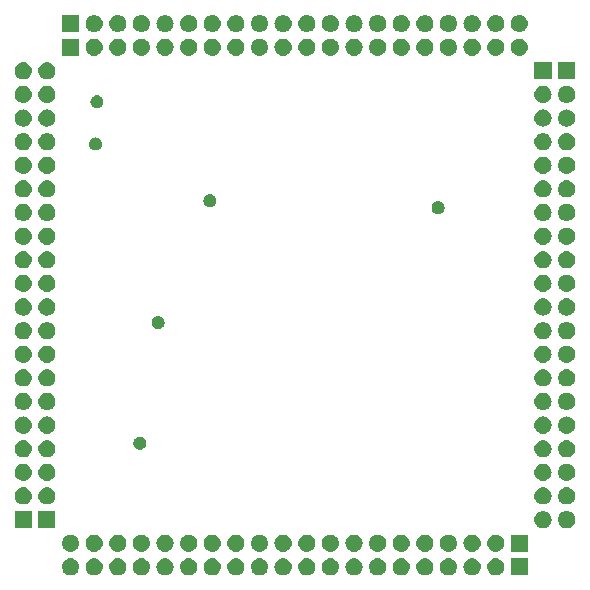
<source format=gbr>
G04 #@! TF.GenerationSoftware,KiCad,Pcbnew,5.0.2-bee76a0~70~ubuntu18.04.1*
G04 #@! TF.CreationDate,2019-11-19T20:55:50-08:00*
G04 #@! TF.ProjectId,A3P250_Dev_Board,41335032-3530-45f4-9465-765f426f6172,rev?*
G04 #@! TF.SameCoordinates,Original*
G04 #@! TF.FileFunction,Soldermask,Bot*
G04 #@! TF.FilePolarity,Negative*
%FSLAX46Y46*%
G04 Gerber Fmt 4.6, Leading zero omitted, Abs format (unit mm)*
G04 Created by KiCad (PCBNEW 5.0.2-bee76a0~70~ubuntu18.04.1) date Tue 19 Nov 2019 08:55:50 PM PST*
%MOMM*%
%LPD*%
G01*
G04 APERTURE LIST*
%ADD10C,0.100000*%
G04 APERTURE END LIST*
D10*
G36*
X105012280Y-131554702D02*
X105149097Y-131596204D01*
X105275184Y-131663600D01*
X105385701Y-131754299D01*
X105476400Y-131864816D01*
X105543796Y-131990903D01*
X105585298Y-132127720D01*
X105599311Y-132270000D01*
X105585298Y-132412280D01*
X105543796Y-132549097D01*
X105476400Y-132675184D01*
X105385701Y-132785701D01*
X105275184Y-132876400D01*
X105149097Y-132943796D01*
X105012280Y-132985298D01*
X104905651Y-132995800D01*
X104834349Y-132995800D01*
X104727720Y-132985298D01*
X104590903Y-132943796D01*
X104464816Y-132876400D01*
X104354299Y-132785701D01*
X104263600Y-132675184D01*
X104196204Y-132549097D01*
X104154702Y-132412280D01*
X104140689Y-132270000D01*
X104154702Y-132127720D01*
X104196204Y-131990903D01*
X104263600Y-131864816D01*
X104354299Y-131754299D01*
X104464816Y-131663600D01*
X104590903Y-131596204D01*
X104727720Y-131554702D01*
X104834349Y-131544200D01*
X104905651Y-131544200D01*
X105012280Y-131554702D01*
X105012280Y-131554702D01*
G37*
G36*
X125012280Y-131554702D02*
X125149097Y-131596204D01*
X125275184Y-131663600D01*
X125385701Y-131754299D01*
X125476400Y-131864816D01*
X125543796Y-131990903D01*
X125585298Y-132127720D01*
X125599311Y-132270000D01*
X125585298Y-132412280D01*
X125543796Y-132549097D01*
X125476400Y-132675184D01*
X125385701Y-132785701D01*
X125275184Y-132876400D01*
X125149097Y-132943796D01*
X125012280Y-132985298D01*
X124905651Y-132995800D01*
X124834349Y-132995800D01*
X124727720Y-132985298D01*
X124590903Y-132943796D01*
X124464816Y-132876400D01*
X124354299Y-132785701D01*
X124263600Y-132675184D01*
X124196204Y-132549097D01*
X124154702Y-132412280D01*
X124140689Y-132270000D01*
X124154702Y-132127720D01*
X124196204Y-131990903D01*
X124263600Y-131864816D01*
X124354299Y-131754299D01*
X124464816Y-131663600D01*
X124590903Y-131596204D01*
X124727720Y-131554702D01*
X124834349Y-131544200D01*
X124905651Y-131544200D01*
X125012280Y-131554702D01*
X125012280Y-131554702D01*
G37*
G36*
X143595800Y-132995800D02*
X142144200Y-132995800D01*
X142144200Y-131544200D01*
X143595800Y-131544200D01*
X143595800Y-132995800D01*
X143595800Y-132995800D01*
G37*
G36*
X139012280Y-131554702D02*
X139149097Y-131596204D01*
X139275184Y-131663600D01*
X139385701Y-131754299D01*
X139476400Y-131864816D01*
X139543796Y-131990903D01*
X139585298Y-132127720D01*
X139599311Y-132270000D01*
X139585298Y-132412280D01*
X139543796Y-132549097D01*
X139476400Y-132675184D01*
X139385701Y-132785701D01*
X139275184Y-132876400D01*
X139149097Y-132943796D01*
X139012280Y-132985298D01*
X138905651Y-132995800D01*
X138834349Y-132995800D01*
X138727720Y-132985298D01*
X138590903Y-132943796D01*
X138464816Y-132876400D01*
X138354299Y-132785701D01*
X138263600Y-132675184D01*
X138196204Y-132549097D01*
X138154702Y-132412280D01*
X138140689Y-132270000D01*
X138154702Y-132127720D01*
X138196204Y-131990903D01*
X138263600Y-131864816D01*
X138354299Y-131754299D01*
X138464816Y-131663600D01*
X138590903Y-131596204D01*
X138727720Y-131554702D01*
X138834349Y-131544200D01*
X138905651Y-131544200D01*
X139012280Y-131554702D01*
X139012280Y-131554702D01*
G37*
G36*
X137012280Y-131554702D02*
X137149097Y-131596204D01*
X137275184Y-131663600D01*
X137385701Y-131754299D01*
X137476400Y-131864816D01*
X137543796Y-131990903D01*
X137585298Y-132127720D01*
X137599311Y-132270000D01*
X137585298Y-132412280D01*
X137543796Y-132549097D01*
X137476400Y-132675184D01*
X137385701Y-132785701D01*
X137275184Y-132876400D01*
X137149097Y-132943796D01*
X137012280Y-132985298D01*
X136905651Y-132995800D01*
X136834349Y-132995800D01*
X136727720Y-132985298D01*
X136590903Y-132943796D01*
X136464816Y-132876400D01*
X136354299Y-132785701D01*
X136263600Y-132675184D01*
X136196204Y-132549097D01*
X136154702Y-132412280D01*
X136140689Y-132270000D01*
X136154702Y-132127720D01*
X136196204Y-131990903D01*
X136263600Y-131864816D01*
X136354299Y-131754299D01*
X136464816Y-131663600D01*
X136590903Y-131596204D01*
X136727720Y-131554702D01*
X136834349Y-131544200D01*
X136905651Y-131544200D01*
X137012280Y-131554702D01*
X137012280Y-131554702D01*
G37*
G36*
X135012280Y-131554702D02*
X135149097Y-131596204D01*
X135275184Y-131663600D01*
X135385701Y-131754299D01*
X135476400Y-131864816D01*
X135543796Y-131990903D01*
X135585298Y-132127720D01*
X135599311Y-132270000D01*
X135585298Y-132412280D01*
X135543796Y-132549097D01*
X135476400Y-132675184D01*
X135385701Y-132785701D01*
X135275184Y-132876400D01*
X135149097Y-132943796D01*
X135012280Y-132985298D01*
X134905651Y-132995800D01*
X134834349Y-132995800D01*
X134727720Y-132985298D01*
X134590903Y-132943796D01*
X134464816Y-132876400D01*
X134354299Y-132785701D01*
X134263600Y-132675184D01*
X134196204Y-132549097D01*
X134154702Y-132412280D01*
X134140689Y-132270000D01*
X134154702Y-132127720D01*
X134196204Y-131990903D01*
X134263600Y-131864816D01*
X134354299Y-131754299D01*
X134464816Y-131663600D01*
X134590903Y-131596204D01*
X134727720Y-131554702D01*
X134834349Y-131544200D01*
X134905651Y-131544200D01*
X135012280Y-131554702D01*
X135012280Y-131554702D01*
G37*
G36*
X133012280Y-131554702D02*
X133149097Y-131596204D01*
X133275184Y-131663600D01*
X133385701Y-131754299D01*
X133476400Y-131864816D01*
X133543796Y-131990903D01*
X133585298Y-132127720D01*
X133599311Y-132270000D01*
X133585298Y-132412280D01*
X133543796Y-132549097D01*
X133476400Y-132675184D01*
X133385701Y-132785701D01*
X133275184Y-132876400D01*
X133149097Y-132943796D01*
X133012280Y-132985298D01*
X132905651Y-132995800D01*
X132834349Y-132995800D01*
X132727720Y-132985298D01*
X132590903Y-132943796D01*
X132464816Y-132876400D01*
X132354299Y-132785701D01*
X132263600Y-132675184D01*
X132196204Y-132549097D01*
X132154702Y-132412280D01*
X132140689Y-132270000D01*
X132154702Y-132127720D01*
X132196204Y-131990903D01*
X132263600Y-131864816D01*
X132354299Y-131754299D01*
X132464816Y-131663600D01*
X132590903Y-131596204D01*
X132727720Y-131554702D01*
X132834349Y-131544200D01*
X132905651Y-131544200D01*
X133012280Y-131554702D01*
X133012280Y-131554702D01*
G37*
G36*
X131012280Y-131554702D02*
X131149097Y-131596204D01*
X131275184Y-131663600D01*
X131385701Y-131754299D01*
X131476400Y-131864816D01*
X131543796Y-131990903D01*
X131585298Y-132127720D01*
X131599311Y-132270000D01*
X131585298Y-132412280D01*
X131543796Y-132549097D01*
X131476400Y-132675184D01*
X131385701Y-132785701D01*
X131275184Y-132876400D01*
X131149097Y-132943796D01*
X131012280Y-132985298D01*
X130905651Y-132995800D01*
X130834349Y-132995800D01*
X130727720Y-132985298D01*
X130590903Y-132943796D01*
X130464816Y-132876400D01*
X130354299Y-132785701D01*
X130263600Y-132675184D01*
X130196204Y-132549097D01*
X130154702Y-132412280D01*
X130140689Y-132270000D01*
X130154702Y-132127720D01*
X130196204Y-131990903D01*
X130263600Y-131864816D01*
X130354299Y-131754299D01*
X130464816Y-131663600D01*
X130590903Y-131596204D01*
X130727720Y-131554702D01*
X130834349Y-131544200D01*
X130905651Y-131544200D01*
X131012280Y-131554702D01*
X131012280Y-131554702D01*
G37*
G36*
X129012280Y-131554702D02*
X129149097Y-131596204D01*
X129275184Y-131663600D01*
X129385701Y-131754299D01*
X129476400Y-131864816D01*
X129543796Y-131990903D01*
X129585298Y-132127720D01*
X129599311Y-132270000D01*
X129585298Y-132412280D01*
X129543796Y-132549097D01*
X129476400Y-132675184D01*
X129385701Y-132785701D01*
X129275184Y-132876400D01*
X129149097Y-132943796D01*
X129012280Y-132985298D01*
X128905651Y-132995800D01*
X128834349Y-132995800D01*
X128727720Y-132985298D01*
X128590903Y-132943796D01*
X128464816Y-132876400D01*
X128354299Y-132785701D01*
X128263600Y-132675184D01*
X128196204Y-132549097D01*
X128154702Y-132412280D01*
X128140689Y-132270000D01*
X128154702Y-132127720D01*
X128196204Y-131990903D01*
X128263600Y-131864816D01*
X128354299Y-131754299D01*
X128464816Y-131663600D01*
X128590903Y-131596204D01*
X128727720Y-131554702D01*
X128834349Y-131544200D01*
X128905651Y-131544200D01*
X129012280Y-131554702D01*
X129012280Y-131554702D01*
G37*
G36*
X127012280Y-131554702D02*
X127149097Y-131596204D01*
X127275184Y-131663600D01*
X127385701Y-131754299D01*
X127476400Y-131864816D01*
X127543796Y-131990903D01*
X127585298Y-132127720D01*
X127599311Y-132270000D01*
X127585298Y-132412280D01*
X127543796Y-132549097D01*
X127476400Y-132675184D01*
X127385701Y-132785701D01*
X127275184Y-132876400D01*
X127149097Y-132943796D01*
X127012280Y-132985298D01*
X126905651Y-132995800D01*
X126834349Y-132995800D01*
X126727720Y-132985298D01*
X126590903Y-132943796D01*
X126464816Y-132876400D01*
X126354299Y-132785701D01*
X126263600Y-132675184D01*
X126196204Y-132549097D01*
X126154702Y-132412280D01*
X126140689Y-132270000D01*
X126154702Y-132127720D01*
X126196204Y-131990903D01*
X126263600Y-131864816D01*
X126354299Y-131754299D01*
X126464816Y-131663600D01*
X126590903Y-131596204D01*
X126727720Y-131554702D01*
X126834349Y-131544200D01*
X126905651Y-131544200D01*
X127012280Y-131554702D01*
X127012280Y-131554702D01*
G37*
G36*
X141012280Y-131554702D02*
X141149097Y-131596204D01*
X141275184Y-131663600D01*
X141385701Y-131754299D01*
X141476400Y-131864816D01*
X141543796Y-131990903D01*
X141585298Y-132127720D01*
X141599311Y-132270000D01*
X141585298Y-132412280D01*
X141543796Y-132549097D01*
X141476400Y-132675184D01*
X141385701Y-132785701D01*
X141275184Y-132876400D01*
X141149097Y-132943796D01*
X141012280Y-132985298D01*
X140905651Y-132995800D01*
X140834349Y-132995800D01*
X140727720Y-132985298D01*
X140590903Y-132943796D01*
X140464816Y-132876400D01*
X140354299Y-132785701D01*
X140263600Y-132675184D01*
X140196204Y-132549097D01*
X140154702Y-132412280D01*
X140140689Y-132270000D01*
X140154702Y-132127720D01*
X140196204Y-131990903D01*
X140263600Y-131864816D01*
X140354299Y-131754299D01*
X140464816Y-131663600D01*
X140590903Y-131596204D01*
X140727720Y-131554702D01*
X140834349Y-131544200D01*
X140905651Y-131544200D01*
X141012280Y-131554702D01*
X141012280Y-131554702D01*
G37*
G36*
X121012280Y-131554702D02*
X121149097Y-131596204D01*
X121275184Y-131663600D01*
X121385701Y-131754299D01*
X121476400Y-131864816D01*
X121543796Y-131990903D01*
X121585298Y-132127720D01*
X121599311Y-132270000D01*
X121585298Y-132412280D01*
X121543796Y-132549097D01*
X121476400Y-132675184D01*
X121385701Y-132785701D01*
X121275184Y-132876400D01*
X121149097Y-132943796D01*
X121012280Y-132985298D01*
X120905651Y-132995800D01*
X120834349Y-132995800D01*
X120727720Y-132985298D01*
X120590903Y-132943796D01*
X120464816Y-132876400D01*
X120354299Y-132785701D01*
X120263600Y-132675184D01*
X120196204Y-132549097D01*
X120154702Y-132412280D01*
X120140689Y-132270000D01*
X120154702Y-132127720D01*
X120196204Y-131990903D01*
X120263600Y-131864816D01*
X120354299Y-131754299D01*
X120464816Y-131663600D01*
X120590903Y-131596204D01*
X120727720Y-131554702D01*
X120834349Y-131544200D01*
X120905651Y-131544200D01*
X121012280Y-131554702D01*
X121012280Y-131554702D01*
G37*
G36*
X123012280Y-131554702D02*
X123149097Y-131596204D01*
X123275184Y-131663600D01*
X123385701Y-131754299D01*
X123476400Y-131864816D01*
X123543796Y-131990903D01*
X123585298Y-132127720D01*
X123599311Y-132270000D01*
X123585298Y-132412280D01*
X123543796Y-132549097D01*
X123476400Y-132675184D01*
X123385701Y-132785701D01*
X123275184Y-132876400D01*
X123149097Y-132943796D01*
X123012280Y-132985298D01*
X122905651Y-132995800D01*
X122834349Y-132995800D01*
X122727720Y-132985298D01*
X122590903Y-132943796D01*
X122464816Y-132876400D01*
X122354299Y-132785701D01*
X122263600Y-132675184D01*
X122196204Y-132549097D01*
X122154702Y-132412280D01*
X122140689Y-132270000D01*
X122154702Y-132127720D01*
X122196204Y-131990903D01*
X122263600Y-131864816D01*
X122354299Y-131754299D01*
X122464816Y-131663600D01*
X122590903Y-131596204D01*
X122727720Y-131554702D01*
X122834349Y-131544200D01*
X122905651Y-131544200D01*
X123012280Y-131554702D01*
X123012280Y-131554702D01*
G37*
G36*
X107012280Y-131554702D02*
X107149097Y-131596204D01*
X107275184Y-131663600D01*
X107385701Y-131754299D01*
X107476400Y-131864816D01*
X107543796Y-131990903D01*
X107585298Y-132127720D01*
X107599311Y-132270000D01*
X107585298Y-132412280D01*
X107543796Y-132549097D01*
X107476400Y-132675184D01*
X107385701Y-132785701D01*
X107275184Y-132876400D01*
X107149097Y-132943796D01*
X107012280Y-132985298D01*
X106905651Y-132995800D01*
X106834349Y-132995800D01*
X106727720Y-132985298D01*
X106590903Y-132943796D01*
X106464816Y-132876400D01*
X106354299Y-132785701D01*
X106263600Y-132675184D01*
X106196204Y-132549097D01*
X106154702Y-132412280D01*
X106140689Y-132270000D01*
X106154702Y-132127720D01*
X106196204Y-131990903D01*
X106263600Y-131864816D01*
X106354299Y-131754299D01*
X106464816Y-131663600D01*
X106590903Y-131596204D01*
X106727720Y-131554702D01*
X106834349Y-131544200D01*
X106905651Y-131544200D01*
X107012280Y-131554702D01*
X107012280Y-131554702D01*
G37*
G36*
X109012280Y-131554702D02*
X109149097Y-131596204D01*
X109275184Y-131663600D01*
X109385701Y-131754299D01*
X109476400Y-131864816D01*
X109543796Y-131990903D01*
X109585298Y-132127720D01*
X109599311Y-132270000D01*
X109585298Y-132412280D01*
X109543796Y-132549097D01*
X109476400Y-132675184D01*
X109385701Y-132785701D01*
X109275184Y-132876400D01*
X109149097Y-132943796D01*
X109012280Y-132985298D01*
X108905651Y-132995800D01*
X108834349Y-132995800D01*
X108727720Y-132985298D01*
X108590903Y-132943796D01*
X108464816Y-132876400D01*
X108354299Y-132785701D01*
X108263600Y-132675184D01*
X108196204Y-132549097D01*
X108154702Y-132412280D01*
X108140689Y-132270000D01*
X108154702Y-132127720D01*
X108196204Y-131990903D01*
X108263600Y-131864816D01*
X108354299Y-131754299D01*
X108464816Y-131663600D01*
X108590903Y-131596204D01*
X108727720Y-131554702D01*
X108834349Y-131544200D01*
X108905651Y-131544200D01*
X109012280Y-131554702D01*
X109012280Y-131554702D01*
G37*
G36*
X111012280Y-131554702D02*
X111149097Y-131596204D01*
X111275184Y-131663600D01*
X111385701Y-131754299D01*
X111476400Y-131864816D01*
X111543796Y-131990903D01*
X111585298Y-132127720D01*
X111599311Y-132270000D01*
X111585298Y-132412280D01*
X111543796Y-132549097D01*
X111476400Y-132675184D01*
X111385701Y-132785701D01*
X111275184Y-132876400D01*
X111149097Y-132943796D01*
X111012280Y-132985298D01*
X110905651Y-132995800D01*
X110834349Y-132995800D01*
X110727720Y-132985298D01*
X110590903Y-132943796D01*
X110464816Y-132876400D01*
X110354299Y-132785701D01*
X110263600Y-132675184D01*
X110196204Y-132549097D01*
X110154702Y-132412280D01*
X110140689Y-132270000D01*
X110154702Y-132127720D01*
X110196204Y-131990903D01*
X110263600Y-131864816D01*
X110354299Y-131754299D01*
X110464816Y-131663600D01*
X110590903Y-131596204D01*
X110727720Y-131554702D01*
X110834349Y-131544200D01*
X110905651Y-131544200D01*
X111012280Y-131554702D01*
X111012280Y-131554702D01*
G37*
G36*
X113012280Y-131554702D02*
X113149097Y-131596204D01*
X113275184Y-131663600D01*
X113385701Y-131754299D01*
X113476400Y-131864816D01*
X113543796Y-131990903D01*
X113585298Y-132127720D01*
X113599311Y-132270000D01*
X113585298Y-132412280D01*
X113543796Y-132549097D01*
X113476400Y-132675184D01*
X113385701Y-132785701D01*
X113275184Y-132876400D01*
X113149097Y-132943796D01*
X113012280Y-132985298D01*
X112905651Y-132995800D01*
X112834349Y-132995800D01*
X112727720Y-132985298D01*
X112590903Y-132943796D01*
X112464816Y-132876400D01*
X112354299Y-132785701D01*
X112263600Y-132675184D01*
X112196204Y-132549097D01*
X112154702Y-132412280D01*
X112140689Y-132270000D01*
X112154702Y-132127720D01*
X112196204Y-131990903D01*
X112263600Y-131864816D01*
X112354299Y-131754299D01*
X112464816Y-131663600D01*
X112590903Y-131596204D01*
X112727720Y-131554702D01*
X112834349Y-131544200D01*
X112905651Y-131544200D01*
X113012280Y-131554702D01*
X113012280Y-131554702D01*
G37*
G36*
X115012280Y-131554702D02*
X115149097Y-131596204D01*
X115275184Y-131663600D01*
X115385701Y-131754299D01*
X115476400Y-131864816D01*
X115543796Y-131990903D01*
X115585298Y-132127720D01*
X115599311Y-132270000D01*
X115585298Y-132412280D01*
X115543796Y-132549097D01*
X115476400Y-132675184D01*
X115385701Y-132785701D01*
X115275184Y-132876400D01*
X115149097Y-132943796D01*
X115012280Y-132985298D01*
X114905651Y-132995800D01*
X114834349Y-132995800D01*
X114727720Y-132985298D01*
X114590903Y-132943796D01*
X114464816Y-132876400D01*
X114354299Y-132785701D01*
X114263600Y-132675184D01*
X114196204Y-132549097D01*
X114154702Y-132412280D01*
X114140689Y-132270000D01*
X114154702Y-132127720D01*
X114196204Y-131990903D01*
X114263600Y-131864816D01*
X114354299Y-131754299D01*
X114464816Y-131663600D01*
X114590903Y-131596204D01*
X114727720Y-131554702D01*
X114834349Y-131544200D01*
X114905651Y-131544200D01*
X115012280Y-131554702D01*
X115012280Y-131554702D01*
G37*
G36*
X117012280Y-131554702D02*
X117149097Y-131596204D01*
X117275184Y-131663600D01*
X117385701Y-131754299D01*
X117476400Y-131864816D01*
X117543796Y-131990903D01*
X117585298Y-132127720D01*
X117599311Y-132270000D01*
X117585298Y-132412280D01*
X117543796Y-132549097D01*
X117476400Y-132675184D01*
X117385701Y-132785701D01*
X117275184Y-132876400D01*
X117149097Y-132943796D01*
X117012280Y-132985298D01*
X116905651Y-132995800D01*
X116834349Y-132995800D01*
X116727720Y-132985298D01*
X116590903Y-132943796D01*
X116464816Y-132876400D01*
X116354299Y-132785701D01*
X116263600Y-132675184D01*
X116196204Y-132549097D01*
X116154702Y-132412280D01*
X116140689Y-132270000D01*
X116154702Y-132127720D01*
X116196204Y-131990903D01*
X116263600Y-131864816D01*
X116354299Y-131754299D01*
X116464816Y-131663600D01*
X116590903Y-131596204D01*
X116727720Y-131554702D01*
X116834349Y-131544200D01*
X116905651Y-131544200D01*
X117012280Y-131554702D01*
X117012280Y-131554702D01*
G37*
G36*
X119012280Y-131554702D02*
X119149097Y-131596204D01*
X119275184Y-131663600D01*
X119385701Y-131754299D01*
X119476400Y-131864816D01*
X119543796Y-131990903D01*
X119585298Y-132127720D01*
X119599311Y-132270000D01*
X119585298Y-132412280D01*
X119543796Y-132549097D01*
X119476400Y-132675184D01*
X119385701Y-132785701D01*
X119275184Y-132876400D01*
X119149097Y-132943796D01*
X119012280Y-132985298D01*
X118905651Y-132995800D01*
X118834349Y-132995800D01*
X118727720Y-132985298D01*
X118590903Y-132943796D01*
X118464816Y-132876400D01*
X118354299Y-132785701D01*
X118263600Y-132675184D01*
X118196204Y-132549097D01*
X118154702Y-132412280D01*
X118140689Y-132270000D01*
X118154702Y-132127720D01*
X118196204Y-131990903D01*
X118263600Y-131864816D01*
X118354299Y-131754299D01*
X118464816Y-131663600D01*
X118590903Y-131596204D01*
X118727720Y-131554702D01*
X118834349Y-131544200D01*
X118905651Y-131544200D01*
X119012280Y-131554702D01*
X119012280Y-131554702D01*
G37*
G36*
X117012280Y-129554702D02*
X117149097Y-129596204D01*
X117275184Y-129663600D01*
X117385701Y-129754299D01*
X117476400Y-129864816D01*
X117543796Y-129990903D01*
X117585298Y-130127720D01*
X117599311Y-130270000D01*
X117585298Y-130412280D01*
X117543796Y-130549097D01*
X117476400Y-130675184D01*
X117385701Y-130785701D01*
X117275184Y-130876400D01*
X117149097Y-130943796D01*
X117012280Y-130985298D01*
X116905651Y-130995800D01*
X116834349Y-130995800D01*
X116727720Y-130985298D01*
X116590903Y-130943796D01*
X116464816Y-130876400D01*
X116354299Y-130785701D01*
X116263600Y-130675184D01*
X116196204Y-130549097D01*
X116154702Y-130412280D01*
X116140689Y-130270000D01*
X116154702Y-130127720D01*
X116196204Y-129990903D01*
X116263600Y-129864816D01*
X116354299Y-129754299D01*
X116464816Y-129663600D01*
X116590903Y-129596204D01*
X116727720Y-129554702D01*
X116834349Y-129544200D01*
X116905651Y-129544200D01*
X117012280Y-129554702D01*
X117012280Y-129554702D01*
G37*
G36*
X141012280Y-129554702D02*
X141149097Y-129596204D01*
X141275184Y-129663600D01*
X141385701Y-129754299D01*
X141476400Y-129864816D01*
X141543796Y-129990903D01*
X141585298Y-130127720D01*
X141599311Y-130270000D01*
X141585298Y-130412280D01*
X141543796Y-130549097D01*
X141476400Y-130675184D01*
X141385701Y-130785701D01*
X141275184Y-130876400D01*
X141149097Y-130943796D01*
X141012280Y-130985298D01*
X140905651Y-130995800D01*
X140834349Y-130995800D01*
X140727720Y-130985298D01*
X140590903Y-130943796D01*
X140464816Y-130876400D01*
X140354299Y-130785701D01*
X140263600Y-130675184D01*
X140196204Y-130549097D01*
X140154702Y-130412280D01*
X140140689Y-130270000D01*
X140154702Y-130127720D01*
X140196204Y-129990903D01*
X140263600Y-129864816D01*
X140354299Y-129754299D01*
X140464816Y-129663600D01*
X140590903Y-129596204D01*
X140727720Y-129554702D01*
X140834349Y-129544200D01*
X140905651Y-129544200D01*
X141012280Y-129554702D01*
X141012280Y-129554702D01*
G37*
G36*
X137012280Y-129554702D02*
X137149097Y-129596204D01*
X137275184Y-129663600D01*
X137385701Y-129754299D01*
X137476400Y-129864816D01*
X137543796Y-129990903D01*
X137585298Y-130127720D01*
X137599311Y-130270000D01*
X137585298Y-130412280D01*
X137543796Y-130549097D01*
X137476400Y-130675184D01*
X137385701Y-130785701D01*
X137275184Y-130876400D01*
X137149097Y-130943796D01*
X137012280Y-130985298D01*
X136905651Y-130995800D01*
X136834349Y-130995800D01*
X136727720Y-130985298D01*
X136590903Y-130943796D01*
X136464816Y-130876400D01*
X136354299Y-130785701D01*
X136263600Y-130675184D01*
X136196204Y-130549097D01*
X136154702Y-130412280D01*
X136140689Y-130270000D01*
X136154702Y-130127720D01*
X136196204Y-129990903D01*
X136263600Y-129864816D01*
X136354299Y-129754299D01*
X136464816Y-129663600D01*
X136590903Y-129596204D01*
X136727720Y-129554702D01*
X136834349Y-129544200D01*
X136905651Y-129544200D01*
X137012280Y-129554702D01*
X137012280Y-129554702D01*
G37*
G36*
X135012280Y-129554702D02*
X135149097Y-129596204D01*
X135275184Y-129663600D01*
X135385701Y-129754299D01*
X135476400Y-129864816D01*
X135543796Y-129990903D01*
X135585298Y-130127720D01*
X135599311Y-130270000D01*
X135585298Y-130412280D01*
X135543796Y-130549097D01*
X135476400Y-130675184D01*
X135385701Y-130785701D01*
X135275184Y-130876400D01*
X135149097Y-130943796D01*
X135012280Y-130985298D01*
X134905651Y-130995800D01*
X134834349Y-130995800D01*
X134727720Y-130985298D01*
X134590903Y-130943796D01*
X134464816Y-130876400D01*
X134354299Y-130785701D01*
X134263600Y-130675184D01*
X134196204Y-130549097D01*
X134154702Y-130412280D01*
X134140689Y-130270000D01*
X134154702Y-130127720D01*
X134196204Y-129990903D01*
X134263600Y-129864816D01*
X134354299Y-129754299D01*
X134464816Y-129663600D01*
X134590903Y-129596204D01*
X134727720Y-129554702D01*
X134834349Y-129544200D01*
X134905651Y-129544200D01*
X135012280Y-129554702D01*
X135012280Y-129554702D01*
G37*
G36*
X133012280Y-129554702D02*
X133149097Y-129596204D01*
X133275184Y-129663600D01*
X133385701Y-129754299D01*
X133476400Y-129864816D01*
X133543796Y-129990903D01*
X133585298Y-130127720D01*
X133599311Y-130270000D01*
X133585298Y-130412280D01*
X133543796Y-130549097D01*
X133476400Y-130675184D01*
X133385701Y-130785701D01*
X133275184Y-130876400D01*
X133149097Y-130943796D01*
X133012280Y-130985298D01*
X132905651Y-130995800D01*
X132834349Y-130995800D01*
X132727720Y-130985298D01*
X132590903Y-130943796D01*
X132464816Y-130876400D01*
X132354299Y-130785701D01*
X132263600Y-130675184D01*
X132196204Y-130549097D01*
X132154702Y-130412280D01*
X132140689Y-130270000D01*
X132154702Y-130127720D01*
X132196204Y-129990903D01*
X132263600Y-129864816D01*
X132354299Y-129754299D01*
X132464816Y-129663600D01*
X132590903Y-129596204D01*
X132727720Y-129554702D01*
X132834349Y-129544200D01*
X132905651Y-129544200D01*
X133012280Y-129554702D01*
X133012280Y-129554702D01*
G37*
G36*
X131012280Y-129554702D02*
X131149097Y-129596204D01*
X131275184Y-129663600D01*
X131385701Y-129754299D01*
X131476400Y-129864816D01*
X131543796Y-129990903D01*
X131585298Y-130127720D01*
X131599311Y-130270000D01*
X131585298Y-130412280D01*
X131543796Y-130549097D01*
X131476400Y-130675184D01*
X131385701Y-130785701D01*
X131275184Y-130876400D01*
X131149097Y-130943796D01*
X131012280Y-130985298D01*
X130905651Y-130995800D01*
X130834349Y-130995800D01*
X130727720Y-130985298D01*
X130590903Y-130943796D01*
X130464816Y-130876400D01*
X130354299Y-130785701D01*
X130263600Y-130675184D01*
X130196204Y-130549097D01*
X130154702Y-130412280D01*
X130140689Y-130270000D01*
X130154702Y-130127720D01*
X130196204Y-129990903D01*
X130263600Y-129864816D01*
X130354299Y-129754299D01*
X130464816Y-129663600D01*
X130590903Y-129596204D01*
X130727720Y-129554702D01*
X130834349Y-129544200D01*
X130905651Y-129544200D01*
X131012280Y-129554702D01*
X131012280Y-129554702D01*
G37*
G36*
X129012280Y-129554702D02*
X129149097Y-129596204D01*
X129275184Y-129663600D01*
X129385701Y-129754299D01*
X129476400Y-129864816D01*
X129543796Y-129990903D01*
X129585298Y-130127720D01*
X129599311Y-130270000D01*
X129585298Y-130412280D01*
X129543796Y-130549097D01*
X129476400Y-130675184D01*
X129385701Y-130785701D01*
X129275184Y-130876400D01*
X129149097Y-130943796D01*
X129012280Y-130985298D01*
X128905651Y-130995800D01*
X128834349Y-130995800D01*
X128727720Y-130985298D01*
X128590903Y-130943796D01*
X128464816Y-130876400D01*
X128354299Y-130785701D01*
X128263600Y-130675184D01*
X128196204Y-130549097D01*
X128154702Y-130412280D01*
X128140689Y-130270000D01*
X128154702Y-130127720D01*
X128196204Y-129990903D01*
X128263600Y-129864816D01*
X128354299Y-129754299D01*
X128464816Y-129663600D01*
X128590903Y-129596204D01*
X128727720Y-129554702D01*
X128834349Y-129544200D01*
X128905651Y-129544200D01*
X129012280Y-129554702D01*
X129012280Y-129554702D01*
G37*
G36*
X127012280Y-129554702D02*
X127149097Y-129596204D01*
X127275184Y-129663600D01*
X127385701Y-129754299D01*
X127476400Y-129864816D01*
X127543796Y-129990903D01*
X127585298Y-130127720D01*
X127599311Y-130270000D01*
X127585298Y-130412280D01*
X127543796Y-130549097D01*
X127476400Y-130675184D01*
X127385701Y-130785701D01*
X127275184Y-130876400D01*
X127149097Y-130943796D01*
X127012280Y-130985298D01*
X126905651Y-130995800D01*
X126834349Y-130995800D01*
X126727720Y-130985298D01*
X126590903Y-130943796D01*
X126464816Y-130876400D01*
X126354299Y-130785701D01*
X126263600Y-130675184D01*
X126196204Y-130549097D01*
X126154702Y-130412280D01*
X126140689Y-130270000D01*
X126154702Y-130127720D01*
X126196204Y-129990903D01*
X126263600Y-129864816D01*
X126354299Y-129754299D01*
X126464816Y-129663600D01*
X126590903Y-129596204D01*
X126727720Y-129554702D01*
X126834349Y-129544200D01*
X126905651Y-129544200D01*
X127012280Y-129554702D01*
X127012280Y-129554702D01*
G37*
G36*
X125012280Y-129554702D02*
X125149097Y-129596204D01*
X125275184Y-129663600D01*
X125385701Y-129754299D01*
X125476400Y-129864816D01*
X125543796Y-129990903D01*
X125585298Y-130127720D01*
X125599311Y-130270000D01*
X125585298Y-130412280D01*
X125543796Y-130549097D01*
X125476400Y-130675184D01*
X125385701Y-130785701D01*
X125275184Y-130876400D01*
X125149097Y-130943796D01*
X125012280Y-130985298D01*
X124905651Y-130995800D01*
X124834349Y-130995800D01*
X124727720Y-130985298D01*
X124590903Y-130943796D01*
X124464816Y-130876400D01*
X124354299Y-130785701D01*
X124263600Y-130675184D01*
X124196204Y-130549097D01*
X124154702Y-130412280D01*
X124140689Y-130270000D01*
X124154702Y-130127720D01*
X124196204Y-129990903D01*
X124263600Y-129864816D01*
X124354299Y-129754299D01*
X124464816Y-129663600D01*
X124590903Y-129596204D01*
X124727720Y-129554702D01*
X124834349Y-129544200D01*
X124905651Y-129544200D01*
X125012280Y-129554702D01*
X125012280Y-129554702D01*
G37*
G36*
X139012280Y-129554702D02*
X139149097Y-129596204D01*
X139275184Y-129663600D01*
X139385701Y-129754299D01*
X139476400Y-129864816D01*
X139543796Y-129990903D01*
X139585298Y-130127720D01*
X139599311Y-130270000D01*
X139585298Y-130412280D01*
X139543796Y-130549097D01*
X139476400Y-130675184D01*
X139385701Y-130785701D01*
X139275184Y-130876400D01*
X139149097Y-130943796D01*
X139012280Y-130985298D01*
X138905651Y-130995800D01*
X138834349Y-130995800D01*
X138727720Y-130985298D01*
X138590903Y-130943796D01*
X138464816Y-130876400D01*
X138354299Y-130785701D01*
X138263600Y-130675184D01*
X138196204Y-130549097D01*
X138154702Y-130412280D01*
X138140689Y-130270000D01*
X138154702Y-130127720D01*
X138196204Y-129990903D01*
X138263600Y-129864816D01*
X138354299Y-129754299D01*
X138464816Y-129663600D01*
X138590903Y-129596204D01*
X138727720Y-129554702D01*
X138834349Y-129544200D01*
X138905651Y-129544200D01*
X139012280Y-129554702D01*
X139012280Y-129554702D01*
G37*
G36*
X121012280Y-129554702D02*
X121149097Y-129596204D01*
X121275184Y-129663600D01*
X121385701Y-129754299D01*
X121476400Y-129864816D01*
X121543796Y-129990903D01*
X121585298Y-130127720D01*
X121599311Y-130270000D01*
X121585298Y-130412280D01*
X121543796Y-130549097D01*
X121476400Y-130675184D01*
X121385701Y-130785701D01*
X121275184Y-130876400D01*
X121149097Y-130943796D01*
X121012280Y-130985298D01*
X120905651Y-130995800D01*
X120834349Y-130995800D01*
X120727720Y-130985298D01*
X120590903Y-130943796D01*
X120464816Y-130876400D01*
X120354299Y-130785701D01*
X120263600Y-130675184D01*
X120196204Y-130549097D01*
X120154702Y-130412280D01*
X120140689Y-130270000D01*
X120154702Y-130127720D01*
X120196204Y-129990903D01*
X120263600Y-129864816D01*
X120354299Y-129754299D01*
X120464816Y-129663600D01*
X120590903Y-129596204D01*
X120727720Y-129554702D01*
X120834349Y-129544200D01*
X120905651Y-129544200D01*
X121012280Y-129554702D01*
X121012280Y-129554702D01*
G37*
G36*
X119012280Y-129554702D02*
X119149097Y-129596204D01*
X119275184Y-129663600D01*
X119385701Y-129754299D01*
X119476400Y-129864816D01*
X119543796Y-129990903D01*
X119585298Y-130127720D01*
X119599311Y-130270000D01*
X119585298Y-130412280D01*
X119543796Y-130549097D01*
X119476400Y-130675184D01*
X119385701Y-130785701D01*
X119275184Y-130876400D01*
X119149097Y-130943796D01*
X119012280Y-130985298D01*
X118905651Y-130995800D01*
X118834349Y-130995800D01*
X118727720Y-130985298D01*
X118590903Y-130943796D01*
X118464816Y-130876400D01*
X118354299Y-130785701D01*
X118263600Y-130675184D01*
X118196204Y-130549097D01*
X118154702Y-130412280D01*
X118140689Y-130270000D01*
X118154702Y-130127720D01*
X118196204Y-129990903D01*
X118263600Y-129864816D01*
X118354299Y-129754299D01*
X118464816Y-129663600D01*
X118590903Y-129596204D01*
X118727720Y-129554702D01*
X118834349Y-129544200D01*
X118905651Y-129544200D01*
X119012280Y-129554702D01*
X119012280Y-129554702D01*
G37*
G36*
X115012280Y-129554702D02*
X115149097Y-129596204D01*
X115275184Y-129663600D01*
X115385701Y-129754299D01*
X115476400Y-129864816D01*
X115543796Y-129990903D01*
X115585298Y-130127720D01*
X115599311Y-130270000D01*
X115585298Y-130412280D01*
X115543796Y-130549097D01*
X115476400Y-130675184D01*
X115385701Y-130785701D01*
X115275184Y-130876400D01*
X115149097Y-130943796D01*
X115012280Y-130985298D01*
X114905651Y-130995800D01*
X114834349Y-130995800D01*
X114727720Y-130985298D01*
X114590903Y-130943796D01*
X114464816Y-130876400D01*
X114354299Y-130785701D01*
X114263600Y-130675184D01*
X114196204Y-130549097D01*
X114154702Y-130412280D01*
X114140689Y-130270000D01*
X114154702Y-130127720D01*
X114196204Y-129990903D01*
X114263600Y-129864816D01*
X114354299Y-129754299D01*
X114464816Y-129663600D01*
X114590903Y-129596204D01*
X114727720Y-129554702D01*
X114834349Y-129544200D01*
X114905651Y-129544200D01*
X115012280Y-129554702D01*
X115012280Y-129554702D01*
G37*
G36*
X113012280Y-129554702D02*
X113149097Y-129596204D01*
X113275184Y-129663600D01*
X113385701Y-129754299D01*
X113476400Y-129864816D01*
X113543796Y-129990903D01*
X113585298Y-130127720D01*
X113599311Y-130270000D01*
X113585298Y-130412280D01*
X113543796Y-130549097D01*
X113476400Y-130675184D01*
X113385701Y-130785701D01*
X113275184Y-130876400D01*
X113149097Y-130943796D01*
X113012280Y-130985298D01*
X112905651Y-130995800D01*
X112834349Y-130995800D01*
X112727720Y-130985298D01*
X112590903Y-130943796D01*
X112464816Y-130876400D01*
X112354299Y-130785701D01*
X112263600Y-130675184D01*
X112196204Y-130549097D01*
X112154702Y-130412280D01*
X112140689Y-130270000D01*
X112154702Y-130127720D01*
X112196204Y-129990903D01*
X112263600Y-129864816D01*
X112354299Y-129754299D01*
X112464816Y-129663600D01*
X112590903Y-129596204D01*
X112727720Y-129554702D01*
X112834349Y-129544200D01*
X112905651Y-129544200D01*
X113012280Y-129554702D01*
X113012280Y-129554702D01*
G37*
G36*
X111012280Y-129554702D02*
X111149097Y-129596204D01*
X111275184Y-129663600D01*
X111385701Y-129754299D01*
X111476400Y-129864816D01*
X111543796Y-129990903D01*
X111585298Y-130127720D01*
X111599311Y-130270000D01*
X111585298Y-130412280D01*
X111543796Y-130549097D01*
X111476400Y-130675184D01*
X111385701Y-130785701D01*
X111275184Y-130876400D01*
X111149097Y-130943796D01*
X111012280Y-130985298D01*
X110905651Y-130995800D01*
X110834349Y-130995800D01*
X110727720Y-130985298D01*
X110590903Y-130943796D01*
X110464816Y-130876400D01*
X110354299Y-130785701D01*
X110263600Y-130675184D01*
X110196204Y-130549097D01*
X110154702Y-130412280D01*
X110140689Y-130270000D01*
X110154702Y-130127720D01*
X110196204Y-129990903D01*
X110263600Y-129864816D01*
X110354299Y-129754299D01*
X110464816Y-129663600D01*
X110590903Y-129596204D01*
X110727720Y-129554702D01*
X110834349Y-129544200D01*
X110905651Y-129544200D01*
X111012280Y-129554702D01*
X111012280Y-129554702D01*
G37*
G36*
X109012280Y-129554702D02*
X109149097Y-129596204D01*
X109275184Y-129663600D01*
X109385701Y-129754299D01*
X109476400Y-129864816D01*
X109543796Y-129990903D01*
X109585298Y-130127720D01*
X109599311Y-130270000D01*
X109585298Y-130412280D01*
X109543796Y-130549097D01*
X109476400Y-130675184D01*
X109385701Y-130785701D01*
X109275184Y-130876400D01*
X109149097Y-130943796D01*
X109012280Y-130985298D01*
X108905651Y-130995800D01*
X108834349Y-130995800D01*
X108727720Y-130985298D01*
X108590903Y-130943796D01*
X108464816Y-130876400D01*
X108354299Y-130785701D01*
X108263600Y-130675184D01*
X108196204Y-130549097D01*
X108154702Y-130412280D01*
X108140689Y-130270000D01*
X108154702Y-130127720D01*
X108196204Y-129990903D01*
X108263600Y-129864816D01*
X108354299Y-129754299D01*
X108464816Y-129663600D01*
X108590903Y-129596204D01*
X108727720Y-129554702D01*
X108834349Y-129544200D01*
X108905651Y-129544200D01*
X109012280Y-129554702D01*
X109012280Y-129554702D01*
G37*
G36*
X107012280Y-129554702D02*
X107149097Y-129596204D01*
X107275184Y-129663600D01*
X107385701Y-129754299D01*
X107476400Y-129864816D01*
X107543796Y-129990903D01*
X107585298Y-130127720D01*
X107599311Y-130270000D01*
X107585298Y-130412280D01*
X107543796Y-130549097D01*
X107476400Y-130675184D01*
X107385701Y-130785701D01*
X107275184Y-130876400D01*
X107149097Y-130943796D01*
X107012280Y-130985298D01*
X106905651Y-130995800D01*
X106834349Y-130995800D01*
X106727720Y-130985298D01*
X106590903Y-130943796D01*
X106464816Y-130876400D01*
X106354299Y-130785701D01*
X106263600Y-130675184D01*
X106196204Y-130549097D01*
X106154702Y-130412280D01*
X106140689Y-130270000D01*
X106154702Y-130127720D01*
X106196204Y-129990903D01*
X106263600Y-129864816D01*
X106354299Y-129754299D01*
X106464816Y-129663600D01*
X106590903Y-129596204D01*
X106727720Y-129554702D01*
X106834349Y-129544200D01*
X106905651Y-129544200D01*
X107012280Y-129554702D01*
X107012280Y-129554702D01*
G37*
G36*
X105012280Y-129554702D02*
X105149097Y-129596204D01*
X105275184Y-129663600D01*
X105385701Y-129754299D01*
X105476400Y-129864816D01*
X105543796Y-129990903D01*
X105585298Y-130127720D01*
X105599311Y-130270000D01*
X105585298Y-130412280D01*
X105543796Y-130549097D01*
X105476400Y-130675184D01*
X105385701Y-130785701D01*
X105275184Y-130876400D01*
X105149097Y-130943796D01*
X105012280Y-130985298D01*
X104905651Y-130995800D01*
X104834349Y-130995800D01*
X104727720Y-130985298D01*
X104590903Y-130943796D01*
X104464816Y-130876400D01*
X104354299Y-130785701D01*
X104263600Y-130675184D01*
X104196204Y-130549097D01*
X104154702Y-130412280D01*
X104140689Y-130270000D01*
X104154702Y-130127720D01*
X104196204Y-129990903D01*
X104263600Y-129864816D01*
X104354299Y-129754299D01*
X104464816Y-129663600D01*
X104590903Y-129596204D01*
X104727720Y-129554702D01*
X104834349Y-129544200D01*
X104905651Y-129544200D01*
X105012280Y-129554702D01*
X105012280Y-129554702D01*
G37*
G36*
X123012280Y-129554702D02*
X123149097Y-129596204D01*
X123275184Y-129663600D01*
X123385701Y-129754299D01*
X123476400Y-129864816D01*
X123543796Y-129990903D01*
X123585298Y-130127720D01*
X123599311Y-130270000D01*
X123585298Y-130412280D01*
X123543796Y-130549097D01*
X123476400Y-130675184D01*
X123385701Y-130785701D01*
X123275184Y-130876400D01*
X123149097Y-130943796D01*
X123012280Y-130985298D01*
X122905651Y-130995800D01*
X122834349Y-130995800D01*
X122727720Y-130985298D01*
X122590903Y-130943796D01*
X122464816Y-130876400D01*
X122354299Y-130785701D01*
X122263600Y-130675184D01*
X122196204Y-130549097D01*
X122154702Y-130412280D01*
X122140689Y-130270000D01*
X122154702Y-130127720D01*
X122196204Y-129990903D01*
X122263600Y-129864816D01*
X122354299Y-129754299D01*
X122464816Y-129663600D01*
X122590903Y-129596204D01*
X122727720Y-129554702D01*
X122834349Y-129544200D01*
X122905651Y-129544200D01*
X123012280Y-129554702D01*
X123012280Y-129554702D01*
G37*
G36*
X143595800Y-130995800D02*
X142144200Y-130995800D01*
X142144200Y-129544200D01*
X143595800Y-129544200D01*
X143595800Y-130995800D01*
X143595800Y-130995800D01*
G37*
G36*
X147012280Y-127554702D02*
X147149097Y-127596204D01*
X147275184Y-127663600D01*
X147385701Y-127754299D01*
X147476400Y-127864816D01*
X147543796Y-127990903D01*
X147585298Y-128127720D01*
X147599311Y-128270000D01*
X147585298Y-128412280D01*
X147543796Y-128549097D01*
X147476400Y-128675184D01*
X147385701Y-128785701D01*
X147275184Y-128876400D01*
X147149097Y-128943796D01*
X147012280Y-128985298D01*
X146905651Y-128995800D01*
X146834349Y-128995800D01*
X146727720Y-128985298D01*
X146590903Y-128943796D01*
X146464816Y-128876400D01*
X146354299Y-128785701D01*
X146263600Y-128675184D01*
X146196204Y-128549097D01*
X146154702Y-128412280D01*
X146140689Y-128270000D01*
X146154702Y-128127720D01*
X146196204Y-127990903D01*
X146263600Y-127864816D01*
X146354299Y-127754299D01*
X146464816Y-127663600D01*
X146590903Y-127596204D01*
X146727720Y-127554702D01*
X146834349Y-127544200D01*
X146905651Y-127544200D01*
X147012280Y-127554702D01*
X147012280Y-127554702D01*
G37*
G36*
X101595800Y-128995800D02*
X100144200Y-128995800D01*
X100144200Y-127544200D01*
X101595800Y-127544200D01*
X101595800Y-128995800D01*
X101595800Y-128995800D01*
G37*
G36*
X103595800Y-128995800D02*
X102144200Y-128995800D01*
X102144200Y-127544200D01*
X103595800Y-127544200D01*
X103595800Y-128995800D01*
X103595800Y-128995800D01*
G37*
G36*
X145012280Y-127554702D02*
X145149097Y-127596204D01*
X145275184Y-127663600D01*
X145385701Y-127754299D01*
X145476400Y-127864816D01*
X145543796Y-127990903D01*
X145585298Y-128127720D01*
X145599311Y-128270000D01*
X145585298Y-128412280D01*
X145543796Y-128549097D01*
X145476400Y-128675184D01*
X145385701Y-128785701D01*
X145275184Y-128876400D01*
X145149097Y-128943796D01*
X145012280Y-128985298D01*
X144905651Y-128995800D01*
X144834349Y-128995800D01*
X144727720Y-128985298D01*
X144590903Y-128943796D01*
X144464816Y-128876400D01*
X144354299Y-128785701D01*
X144263600Y-128675184D01*
X144196204Y-128549097D01*
X144154702Y-128412280D01*
X144140689Y-128270000D01*
X144154702Y-128127720D01*
X144196204Y-127990903D01*
X144263600Y-127864816D01*
X144354299Y-127754299D01*
X144464816Y-127663600D01*
X144590903Y-127596204D01*
X144727720Y-127554702D01*
X144834349Y-127544200D01*
X144905651Y-127544200D01*
X145012280Y-127554702D01*
X145012280Y-127554702D01*
G37*
G36*
X147012280Y-125554702D02*
X147149097Y-125596204D01*
X147275184Y-125663600D01*
X147385701Y-125754299D01*
X147476400Y-125864816D01*
X147543796Y-125990903D01*
X147585298Y-126127720D01*
X147599311Y-126270000D01*
X147585298Y-126412280D01*
X147543796Y-126549097D01*
X147476400Y-126675184D01*
X147385701Y-126785701D01*
X147275184Y-126876400D01*
X147149097Y-126943796D01*
X147012280Y-126985298D01*
X146905651Y-126995800D01*
X146834349Y-126995800D01*
X146727720Y-126985298D01*
X146590903Y-126943796D01*
X146464816Y-126876400D01*
X146354299Y-126785701D01*
X146263600Y-126675184D01*
X146196204Y-126549097D01*
X146154702Y-126412280D01*
X146140689Y-126270000D01*
X146154702Y-126127720D01*
X146196204Y-125990903D01*
X146263600Y-125864816D01*
X146354299Y-125754299D01*
X146464816Y-125663600D01*
X146590903Y-125596204D01*
X146727720Y-125554702D01*
X146834349Y-125544200D01*
X146905651Y-125544200D01*
X147012280Y-125554702D01*
X147012280Y-125554702D01*
G37*
G36*
X101012280Y-125554702D02*
X101149097Y-125596204D01*
X101275184Y-125663600D01*
X101385701Y-125754299D01*
X101476400Y-125864816D01*
X101543796Y-125990903D01*
X101585298Y-126127720D01*
X101599311Y-126270000D01*
X101585298Y-126412280D01*
X101543796Y-126549097D01*
X101476400Y-126675184D01*
X101385701Y-126785701D01*
X101275184Y-126876400D01*
X101149097Y-126943796D01*
X101012280Y-126985298D01*
X100905651Y-126995800D01*
X100834349Y-126995800D01*
X100727720Y-126985298D01*
X100590903Y-126943796D01*
X100464816Y-126876400D01*
X100354299Y-126785701D01*
X100263600Y-126675184D01*
X100196204Y-126549097D01*
X100154702Y-126412280D01*
X100140689Y-126270000D01*
X100154702Y-126127720D01*
X100196204Y-125990903D01*
X100263600Y-125864816D01*
X100354299Y-125754299D01*
X100464816Y-125663600D01*
X100590903Y-125596204D01*
X100727720Y-125554702D01*
X100834349Y-125544200D01*
X100905651Y-125544200D01*
X101012280Y-125554702D01*
X101012280Y-125554702D01*
G37*
G36*
X103012280Y-125554702D02*
X103149097Y-125596204D01*
X103275184Y-125663600D01*
X103385701Y-125754299D01*
X103476400Y-125864816D01*
X103543796Y-125990903D01*
X103585298Y-126127720D01*
X103599311Y-126270000D01*
X103585298Y-126412280D01*
X103543796Y-126549097D01*
X103476400Y-126675184D01*
X103385701Y-126785701D01*
X103275184Y-126876400D01*
X103149097Y-126943796D01*
X103012280Y-126985298D01*
X102905651Y-126995800D01*
X102834349Y-126995800D01*
X102727720Y-126985298D01*
X102590903Y-126943796D01*
X102464816Y-126876400D01*
X102354299Y-126785701D01*
X102263600Y-126675184D01*
X102196204Y-126549097D01*
X102154702Y-126412280D01*
X102140689Y-126270000D01*
X102154702Y-126127720D01*
X102196204Y-125990903D01*
X102263600Y-125864816D01*
X102354299Y-125754299D01*
X102464816Y-125663600D01*
X102590903Y-125596204D01*
X102727720Y-125554702D01*
X102834349Y-125544200D01*
X102905651Y-125544200D01*
X103012280Y-125554702D01*
X103012280Y-125554702D01*
G37*
G36*
X145012280Y-125554702D02*
X145149097Y-125596204D01*
X145275184Y-125663600D01*
X145385701Y-125754299D01*
X145476400Y-125864816D01*
X145543796Y-125990903D01*
X145585298Y-126127720D01*
X145599311Y-126270000D01*
X145585298Y-126412280D01*
X145543796Y-126549097D01*
X145476400Y-126675184D01*
X145385701Y-126785701D01*
X145275184Y-126876400D01*
X145149097Y-126943796D01*
X145012280Y-126985298D01*
X144905651Y-126995800D01*
X144834349Y-126995800D01*
X144727720Y-126985298D01*
X144590903Y-126943796D01*
X144464816Y-126876400D01*
X144354299Y-126785701D01*
X144263600Y-126675184D01*
X144196204Y-126549097D01*
X144154702Y-126412280D01*
X144140689Y-126270000D01*
X144154702Y-126127720D01*
X144196204Y-125990903D01*
X144263600Y-125864816D01*
X144354299Y-125754299D01*
X144464816Y-125663600D01*
X144590903Y-125596204D01*
X144727720Y-125554702D01*
X144834349Y-125544200D01*
X144905651Y-125544200D01*
X145012280Y-125554702D01*
X145012280Y-125554702D01*
G37*
G36*
X103012280Y-123554702D02*
X103149097Y-123596204D01*
X103275184Y-123663600D01*
X103385701Y-123754299D01*
X103476400Y-123864816D01*
X103543796Y-123990903D01*
X103585298Y-124127720D01*
X103599311Y-124270000D01*
X103585298Y-124412280D01*
X103543796Y-124549097D01*
X103476400Y-124675184D01*
X103385701Y-124785701D01*
X103275184Y-124876400D01*
X103149097Y-124943796D01*
X103012280Y-124985298D01*
X102905651Y-124995800D01*
X102834349Y-124995800D01*
X102727720Y-124985298D01*
X102590903Y-124943796D01*
X102464816Y-124876400D01*
X102354299Y-124785701D01*
X102263600Y-124675184D01*
X102196204Y-124549097D01*
X102154702Y-124412280D01*
X102140689Y-124270000D01*
X102154702Y-124127720D01*
X102196204Y-123990903D01*
X102263600Y-123864816D01*
X102354299Y-123754299D01*
X102464816Y-123663600D01*
X102590903Y-123596204D01*
X102727720Y-123554702D01*
X102834349Y-123544200D01*
X102905651Y-123544200D01*
X103012280Y-123554702D01*
X103012280Y-123554702D01*
G37*
G36*
X145012280Y-123554702D02*
X145149097Y-123596204D01*
X145275184Y-123663600D01*
X145385701Y-123754299D01*
X145476400Y-123864816D01*
X145543796Y-123990903D01*
X145585298Y-124127720D01*
X145599311Y-124270000D01*
X145585298Y-124412280D01*
X145543796Y-124549097D01*
X145476400Y-124675184D01*
X145385701Y-124785701D01*
X145275184Y-124876400D01*
X145149097Y-124943796D01*
X145012280Y-124985298D01*
X144905651Y-124995800D01*
X144834349Y-124995800D01*
X144727720Y-124985298D01*
X144590903Y-124943796D01*
X144464816Y-124876400D01*
X144354299Y-124785701D01*
X144263600Y-124675184D01*
X144196204Y-124549097D01*
X144154702Y-124412280D01*
X144140689Y-124270000D01*
X144154702Y-124127720D01*
X144196204Y-123990903D01*
X144263600Y-123864816D01*
X144354299Y-123754299D01*
X144464816Y-123663600D01*
X144590903Y-123596204D01*
X144727720Y-123554702D01*
X144834349Y-123544200D01*
X144905651Y-123544200D01*
X145012280Y-123554702D01*
X145012280Y-123554702D01*
G37*
G36*
X147012280Y-123554702D02*
X147149097Y-123596204D01*
X147275184Y-123663600D01*
X147385701Y-123754299D01*
X147476400Y-123864816D01*
X147543796Y-123990903D01*
X147585298Y-124127720D01*
X147599311Y-124270000D01*
X147585298Y-124412280D01*
X147543796Y-124549097D01*
X147476400Y-124675184D01*
X147385701Y-124785701D01*
X147275184Y-124876400D01*
X147149097Y-124943796D01*
X147012280Y-124985298D01*
X146905651Y-124995800D01*
X146834349Y-124995800D01*
X146727720Y-124985298D01*
X146590903Y-124943796D01*
X146464816Y-124876400D01*
X146354299Y-124785701D01*
X146263600Y-124675184D01*
X146196204Y-124549097D01*
X146154702Y-124412280D01*
X146140689Y-124270000D01*
X146154702Y-124127720D01*
X146196204Y-123990903D01*
X146263600Y-123864816D01*
X146354299Y-123754299D01*
X146464816Y-123663600D01*
X146590903Y-123596204D01*
X146727720Y-123554702D01*
X146834349Y-123544200D01*
X146905651Y-123544200D01*
X147012280Y-123554702D01*
X147012280Y-123554702D01*
G37*
G36*
X101012280Y-123554702D02*
X101149097Y-123596204D01*
X101275184Y-123663600D01*
X101385701Y-123754299D01*
X101476400Y-123864816D01*
X101543796Y-123990903D01*
X101585298Y-124127720D01*
X101599311Y-124270000D01*
X101585298Y-124412280D01*
X101543796Y-124549097D01*
X101476400Y-124675184D01*
X101385701Y-124785701D01*
X101275184Y-124876400D01*
X101149097Y-124943796D01*
X101012280Y-124985298D01*
X100905651Y-124995800D01*
X100834349Y-124995800D01*
X100727720Y-124985298D01*
X100590903Y-124943796D01*
X100464816Y-124876400D01*
X100354299Y-124785701D01*
X100263600Y-124675184D01*
X100196204Y-124549097D01*
X100154702Y-124412280D01*
X100140689Y-124270000D01*
X100154702Y-124127720D01*
X100196204Y-123990903D01*
X100263600Y-123864816D01*
X100354299Y-123754299D01*
X100464816Y-123663600D01*
X100590903Y-123596204D01*
X100727720Y-123554702D01*
X100834349Y-123544200D01*
X100905651Y-123544200D01*
X101012280Y-123554702D01*
X101012280Y-123554702D01*
G37*
G36*
X101012280Y-121554702D02*
X101149097Y-121596204D01*
X101275184Y-121663600D01*
X101385701Y-121754299D01*
X101476400Y-121864816D01*
X101543796Y-121990903D01*
X101585298Y-122127720D01*
X101599311Y-122270000D01*
X101585298Y-122412280D01*
X101543796Y-122549097D01*
X101476400Y-122675184D01*
X101385701Y-122785701D01*
X101275184Y-122876400D01*
X101149097Y-122943796D01*
X101012280Y-122985298D01*
X100905651Y-122995800D01*
X100834349Y-122995800D01*
X100727720Y-122985298D01*
X100590903Y-122943796D01*
X100464816Y-122876400D01*
X100354299Y-122785701D01*
X100263600Y-122675184D01*
X100196204Y-122549097D01*
X100154702Y-122412280D01*
X100140689Y-122270000D01*
X100154702Y-122127720D01*
X100196204Y-121990903D01*
X100263600Y-121864816D01*
X100354299Y-121754299D01*
X100464816Y-121663600D01*
X100590903Y-121596204D01*
X100727720Y-121554702D01*
X100834349Y-121544200D01*
X100905651Y-121544200D01*
X101012280Y-121554702D01*
X101012280Y-121554702D01*
G37*
G36*
X147012280Y-121554702D02*
X147149097Y-121596204D01*
X147275184Y-121663600D01*
X147385701Y-121754299D01*
X147476400Y-121864816D01*
X147543796Y-121990903D01*
X147585298Y-122127720D01*
X147599311Y-122270000D01*
X147585298Y-122412280D01*
X147543796Y-122549097D01*
X147476400Y-122675184D01*
X147385701Y-122785701D01*
X147275184Y-122876400D01*
X147149097Y-122943796D01*
X147012280Y-122985298D01*
X146905651Y-122995800D01*
X146834349Y-122995800D01*
X146727720Y-122985298D01*
X146590903Y-122943796D01*
X146464816Y-122876400D01*
X146354299Y-122785701D01*
X146263600Y-122675184D01*
X146196204Y-122549097D01*
X146154702Y-122412280D01*
X146140689Y-122270000D01*
X146154702Y-122127720D01*
X146196204Y-121990903D01*
X146263600Y-121864816D01*
X146354299Y-121754299D01*
X146464816Y-121663600D01*
X146590903Y-121596204D01*
X146727720Y-121554702D01*
X146834349Y-121544200D01*
X146905651Y-121544200D01*
X147012280Y-121554702D01*
X147012280Y-121554702D01*
G37*
G36*
X103012280Y-121554702D02*
X103149097Y-121596204D01*
X103275184Y-121663600D01*
X103385701Y-121754299D01*
X103476400Y-121864816D01*
X103543796Y-121990903D01*
X103585298Y-122127720D01*
X103599311Y-122270000D01*
X103585298Y-122412280D01*
X103543796Y-122549097D01*
X103476400Y-122675184D01*
X103385701Y-122785701D01*
X103275184Y-122876400D01*
X103149097Y-122943796D01*
X103012280Y-122985298D01*
X102905651Y-122995800D01*
X102834349Y-122995800D01*
X102727720Y-122985298D01*
X102590903Y-122943796D01*
X102464816Y-122876400D01*
X102354299Y-122785701D01*
X102263600Y-122675184D01*
X102196204Y-122549097D01*
X102154702Y-122412280D01*
X102140689Y-122270000D01*
X102154702Y-122127720D01*
X102196204Y-121990903D01*
X102263600Y-121864816D01*
X102354299Y-121754299D01*
X102464816Y-121663600D01*
X102590903Y-121596204D01*
X102727720Y-121554702D01*
X102834349Y-121544200D01*
X102905651Y-121544200D01*
X103012280Y-121554702D01*
X103012280Y-121554702D01*
G37*
G36*
X145012280Y-121554702D02*
X145149097Y-121596204D01*
X145275184Y-121663600D01*
X145385701Y-121754299D01*
X145476400Y-121864816D01*
X145543796Y-121990903D01*
X145585298Y-122127720D01*
X145599311Y-122270000D01*
X145585298Y-122412280D01*
X145543796Y-122549097D01*
X145476400Y-122675184D01*
X145385701Y-122785701D01*
X145275184Y-122876400D01*
X145149097Y-122943796D01*
X145012280Y-122985298D01*
X144905651Y-122995800D01*
X144834349Y-122995800D01*
X144727720Y-122985298D01*
X144590903Y-122943796D01*
X144464816Y-122876400D01*
X144354299Y-122785701D01*
X144263600Y-122675184D01*
X144196204Y-122549097D01*
X144154702Y-122412280D01*
X144140689Y-122270000D01*
X144154702Y-122127720D01*
X144196204Y-121990903D01*
X144263600Y-121864816D01*
X144354299Y-121754299D01*
X144464816Y-121663600D01*
X144590903Y-121596204D01*
X144727720Y-121554702D01*
X144834349Y-121544200D01*
X144905651Y-121544200D01*
X145012280Y-121554702D01*
X145012280Y-121554702D01*
G37*
G36*
X110904662Y-121263367D02*
X111004902Y-121304887D01*
X111050008Y-121335027D01*
X111095112Y-121365164D01*
X111171836Y-121441888D01*
X111201973Y-121486992D01*
X111232113Y-121532098D01*
X111273633Y-121632338D01*
X111294800Y-121738751D01*
X111294800Y-121847249D01*
X111273633Y-121953662D01*
X111232113Y-122053902D01*
X111201973Y-122099008D01*
X111171836Y-122144112D01*
X111095112Y-122220836D01*
X111050008Y-122250974D01*
X111004902Y-122281113D01*
X110904662Y-122322633D01*
X110798249Y-122343800D01*
X110689751Y-122343800D01*
X110583338Y-122322633D01*
X110483098Y-122281113D01*
X110437992Y-122250973D01*
X110392888Y-122220836D01*
X110316164Y-122144112D01*
X110286027Y-122099008D01*
X110255887Y-122053902D01*
X110214367Y-121953662D01*
X110193200Y-121847249D01*
X110193200Y-121738751D01*
X110214367Y-121632338D01*
X110255887Y-121532098D01*
X110286027Y-121486992D01*
X110316164Y-121441888D01*
X110392888Y-121365164D01*
X110437992Y-121335026D01*
X110483098Y-121304887D01*
X110583338Y-121263367D01*
X110689751Y-121242200D01*
X110798249Y-121242200D01*
X110904662Y-121263367D01*
X110904662Y-121263367D01*
G37*
G36*
X103012280Y-119554702D02*
X103149097Y-119596204D01*
X103275184Y-119663600D01*
X103385701Y-119754299D01*
X103476400Y-119864816D01*
X103543796Y-119990903D01*
X103585298Y-120127720D01*
X103599311Y-120270000D01*
X103585298Y-120412280D01*
X103543796Y-120549097D01*
X103476400Y-120675184D01*
X103385701Y-120785701D01*
X103275184Y-120876400D01*
X103149097Y-120943796D01*
X103012280Y-120985298D01*
X102905651Y-120995800D01*
X102834349Y-120995800D01*
X102727720Y-120985298D01*
X102590903Y-120943796D01*
X102464816Y-120876400D01*
X102354299Y-120785701D01*
X102263600Y-120675184D01*
X102196204Y-120549097D01*
X102154702Y-120412280D01*
X102140689Y-120270000D01*
X102154702Y-120127720D01*
X102196204Y-119990903D01*
X102263600Y-119864816D01*
X102354299Y-119754299D01*
X102464816Y-119663600D01*
X102590903Y-119596204D01*
X102727720Y-119554702D01*
X102834349Y-119544200D01*
X102905651Y-119544200D01*
X103012280Y-119554702D01*
X103012280Y-119554702D01*
G37*
G36*
X101012280Y-119554702D02*
X101149097Y-119596204D01*
X101275184Y-119663600D01*
X101385701Y-119754299D01*
X101476400Y-119864816D01*
X101543796Y-119990903D01*
X101585298Y-120127720D01*
X101599311Y-120270000D01*
X101585298Y-120412280D01*
X101543796Y-120549097D01*
X101476400Y-120675184D01*
X101385701Y-120785701D01*
X101275184Y-120876400D01*
X101149097Y-120943796D01*
X101012280Y-120985298D01*
X100905651Y-120995800D01*
X100834349Y-120995800D01*
X100727720Y-120985298D01*
X100590903Y-120943796D01*
X100464816Y-120876400D01*
X100354299Y-120785701D01*
X100263600Y-120675184D01*
X100196204Y-120549097D01*
X100154702Y-120412280D01*
X100140689Y-120270000D01*
X100154702Y-120127720D01*
X100196204Y-119990903D01*
X100263600Y-119864816D01*
X100354299Y-119754299D01*
X100464816Y-119663600D01*
X100590903Y-119596204D01*
X100727720Y-119554702D01*
X100834349Y-119544200D01*
X100905651Y-119544200D01*
X101012280Y-119554702D01*
X101012280Y-119554702D01*
G37*
G36*
X145012280Y-119554702D02*
X145149097Y-119596204D01*
X145275184Y-119663600D01*
X145385701Y-119754299D01*
X145476400Y-119864816D01*
X145543796Y-119990903D01*
X145585298Y-120127720D01*
X145599311Y-120270000D01*
X145585298Y-120412280D01*
X145543796Y-120549097D01*
X145476400Y-120675184D01*
X145385701Y-120785701D01*
X145275184Y-120876400D01*
X145149097Y-120943796D01*
X145012280Y-120985298D01*
X144905651Y-120995800D01*
X144834349Y-120995800D01*
X144727720Y-120985298D01*
X144590903Y-120943796D01*
X144464816Y-120876400D01*
X144354299Y-120785701D01*
X144263600Y-120675184D01*
X144196204Y-120549097D01*
X144154702Y-120412280D01*
X144140689Y-120270000D01*
X144154702Y-120127720D01*
X144196204Y-119990903D01*
X144263600Y-119864816D01*
X144354299Y-119754299D01*
X144464816Y-119663600D01*
X144590903Y-119596204D01*
X144727720Y-119554702D01*
X144834349Y-119544200D01*
X144905651Y-119544200D01*
X145012280Y-119554702D01*
X145012280Y-119554702D01*
G37*
G36*
X147012280Y-119554702D02*
X147149097Y-119596204D01*
X147275184Y-119663600D01*
X147385701Y-119754299D01*
X147476400Y-119864816D01*
X147543796Y-119990903D01*
X147585298Y-120127720D01*
X147599311Y-120270000D01*
X147585298Y-120412280D01*
X147543796Y-120549097D01*
X147476400Y-120675184D01*
X147385701Y-120785701D01*
X147275184Y-120876400D01*
X147149097Y-120943796D01*
X147012280Y-120985298D01*
X146905651Y-120995800D01*
X146834349Y-120995800D01*
X146727720Y-120985298D01*
X146590903Y-120943796D01*
X146464816Y-120876400D01*
X146354299Y-120785701D01*
X146263600Y-120675184D01*
X146196204Y-120549097D01*
X146154702Y-120412280D01*
X146140689Y-120270000D01*
X146154702Y-120127720D01*
X146196204Y-119990903D01*
X146263600Y-119864816D01*
X146354299Y-119754299D01*
X146464816Y-119663600D01*
X146590903Y-119596204D01*
X146727720Y-119554702D01*
X146834349Y-119544200D01*
X146905651Y-119544200D01*
X147012280Y-119554702D01*
X147012280Y-119554702D01*
G37*
G36*
X147012280Y-117554702D02*
X147149097Y-117596204D01*
X147275184Y-117663600D01*
X147385701Y-117754299D01*
X147476400Y-117864816D01*
X147543796Y-117990903D01*
X147585298Y-118127720D01*
X147599311Y-118270000D01*
X147585298Y-118412280D01*
X147543796Y-118549097D01*
X147476400Y-118675184D01*
X147385701Y-118785701D01*
X147275184Y-118876400D01*
X147149097Y-118943796D01*
X147012280Y-118985298D01*
X146905651Y-118995800D01*
X146834349Y-118995800D01*
X146727720Y-118985298D01*
X146590903Y-118943796D01*
X146464816Y-118876400D01*
X146354299Y-118785701D01*
X146263600Y-118675184D01*
X146196204Y-118549097D01*
X146154702Y-118412280D01*
X146140689Y-118270000D01*
X146154702Y-118127720D01*
X146196204Y-117990903D01*
X146263600Y-117864816D01*
X146354299Y-117754299D01*
X146464816Y-117663600D01*
X146590903Y-117596204D01*
X146727720Y-117554702D01*
X146834349Y-117544200D01*
X146905651Y-117544200D01*
X147012280Y-117554702D01*
X147012280Y-117554702D01*
G37*
G36*
X145012280Y-117554702D02*
X145149097Y-117596204D01*
X145275184Y-117663600D01*
X145385701Y-117754299D01*
X145476400Y-117864816D01*
X145543796Y-117990903D01*
X145585298Y-118127720D01*
X145599311Y-118270000D01*
X145585298Y-118412280D01*
X145543796Y-118549097D01*
X145476400Y-118675184D01*
X145385701Y-118785701D01*
X145275184Y-118876400D01*
X145149097Y-118943796D01*
X145012280Y-118985298D01*
X144905651Y-118995800D01*
X144834349Y-118995800D01*
X144727720Y-118985298D01*
X144590903Y-118943796D01*
X144464816Y-118876400D01*
X144354299Y-118785701D01*
X144263600Y-118675184D01*
X144196204Y-118549097D01*
X144154702Y-118412280D01*
X144140689Y-118270000D01*
X144154702Y-118127720D01*
X144196204Y-117990903D01*
X144263600Y-117864816D01*
X144354299Y-117754299D01*
X144464816Y-117663600D01*
X144590903Y-117596204D01*
X144727720Y-117554702D01*
X144834349Y-117544200D01*
X144905651Y-117544200D01*
X145012280Y-117554702D01*
X145012280Y-117554702D01*
G37*
G36*
X103012280Y-117554702D02*
X103149097Y-117596204D01*
X103275184Y-117663600D01*
X103385701Y-117754299D01*
X103476400Y-117864816D01*
X103543796Y-117990903D01*
X103585298Y-118127720D01*
X103599311Y-118270000D01*
X103585298Y-118412280D01*
X103543796Y-118549097D01*
X103476400Y-118675184D01*
X103385701Y-118785701D01*
X103275184Y-118876400D01*
X103149097Y-118943796D01*
X103012280Y-118985298D01*
X102905651Y-118995800D01*
X102834349Y-118995800D01*
X102727720Y-118985298D01*
X102590903Y-118943796D01*
X102464816Y-118876400D01*
X102354299Y-118785701D01*
X102263600Y-118675184D01*
X102196204Y-118549097D01*
X102154702Y-118412280D01*
X102140689Y-118270000D01*
X102154702Y-118127720D01*
X102196204Y-117990903D01*
X102263600Y-117864816D01*
X102354299Y-117754299D01*
X102464816Y-117663600D01*
X102590903Y-117596204D01*
X102727720Y-117554702D01*
X102834349Y-117544200D01*
X102905651Y-117544200D01*
X103012280Y-117554702D01*
X103012280Y-117554702D01*
G37*
G36*
X101012280Y-117554702D02*
X101149097Y-117596204D01*
X101275184Y-117663600D01*
X101385701Y-117754299D01*
X101476400Y-117864816D01*
X101543796Y-117990903D01*
X101585298Y-118127720D01*
X101599311Y-118270000D01*
X101585298Y-118412280D01*
X101543796Y-118549097D01*
X101476400Y-118675184D01*
X101385701Y-118785701D01*
X101275184Y-118876400D01*
X101149097Y-118943796D01*
X101012280Y-118985298D01*
X100905651Y-118995800D01*
X100834349Y-118995800D01*
X100727720Y-118985298D01*
X100590903Y-118943796D01*
X100464816Y-118876400D01*
X100354299Y-118785701D01*
X100263600Y-118675184D01*
X100196204Y-118549097D01*
X100154702Y-118412280D01*
X100140689Y-118270000D01*
X100154702Y-118127720D01*
X100196204Y-117990903D01*
X100263600Y-117864816D01*
X100354299Y-117754299D01*
X100464816Y-117663600D01*
X100590903Y-117596204D01*
X100727720Y-117554702D01*
X100834349Y-117544200D01*
X100905651Y-117544200D01*
X101012280Y-117554702D01*
X101012280Y-117554702D01*
G37*
G36*
X101012280Y-115554702D02*
X101149097Y-115596204D01*
X101275184Y-115663600D01*
X101385701Y-115754299D01*
X101476400Y-115864816D01*
X101543796Y-115990903D01*
X101585298Y-116127720D01*
X101599311Y-116270000D01*
X101585298Y-116412280D01*
X101543796Y-116549097D01*
X101476400Y-116675184D01*
X101385701Y-116785701D01*
X101275184Y-116876400D01*
X101149097Y-116943796D01*
X101012280Y-116985298D01*
X100905651Y-116995800D01*
X100834349Y-116995800D01*
X100727720Y-116985298D01*
X100590903Y-116943796D01*
X100464816Y-116876400D01*
X100354299Y-116785701D01*
X100263600Y-116675184D01*
X100196204Y-116549097D01*
X100154702Y-116412280D01*
X100140689Y-116270000D01*
X100154702Y-116127720D01*
X100196204Y-115990903D01*
X100263600Y-115864816D01*
X100354299Y-115754299D01*
X100464816Y-115663600D01*
X100590903Y-115596204D01*
X100727720Y-115554702D01*
X100834349Y-115544200D01*
X100905651Y-115544200D01*
X101012280Y-115554702D01*
X101012280Y-115554702D01*
G37*
G36*
X103012280Y-115554702D02*
X103149097Y-115596204D01*
X103275184Y-115663600D01*
X103385701Y-115754299D01*
X103476400Y-115864816D01*
X103543796Y-115990903D01*
X103585298Y-116127720D01*
X103599311Y-116270000D01*
X103585298Y-116412280D01*
X103543796Y-116549097D01*
X103476400Y-116675184D01*
X103385701Y-116785701D01*
X103275184Y-116876400D01*
X103149097Y-116943796D01*
X103012280Y-116985298D01*
X102905651Y-116995800D01*
X102834349Y-116995800D01*
X102727720Y-116985298D01*
X102590903Y-116943796D01*
X102464816Y-116876400D01*
X102354299Y-116785701D01*
X102263600Y-116675184D01*
X102196204Y-116549097D01*
X102154702Y-116412280D01*
X102140689Y-116270000D01*
X102154702Y-116127720D01*
X102196204Y-115990903D01*
X102263600Y-115864816D01*
X102354299Y-115754299D01*
X102464816Y-115663600D01*
X102590903Y-115596204D01*
X102727720Y-115554702D01*
X102834349Y-115544200D01*
X102905651Y-115544200D01*
X103012280Y-115554702D01*
X103012280Y-115554702D01*
G37*
G36*
X147012280Y-115554702D02*
X147149097Y-115596204D01*
X147275184Y-115663600D01*
X147385701Y-115754299D01*
X147476400Y-115864816D01*
X147543796Y-115990903D01*
X147585298Y-116127720D01*
X147599311Y-116270000D01*
X147585298Y-116412280D01*
X147543796Y-116549097D01*
X147476400Y-116675184D01*
X147385701Y-116785701D01*
X147275184Y-116876400D01*
X147149097Y-116943796D01*
X147012280Y-116985298D01*
X146905651Y-116995800D01*
X146834349Y-116995800D01*
X146727720Y-116985298D01*
X146590903Y-116943796D01*
X146464816Y-116876400D01*
X146354299Y-116785701D01*
X146263600Y-116675184D01*
X146196204Y-116549097D01*
X146154702Y-116412280D01*
X146140689Y-116270000D01*
X146154702Y-116127720D01*
X146196204Y-115990903D01*
X146263600Y-115864816D01*
X146354299Y-115754299D01*
X146464816Y-115663600D01*
X146590903Y-115596204D01*
X146727720Y-115554702D01*
X146834349Y-115544200D01*
X146905651Y-115544200D01*
X147012280Y-115554702D01*
X147012280Y-115554702D01*
G37*
G36*
X145012280Y-115554702D02*
X145149097Y-115596204D01*
X145275184Y-115663600D01*
X145385701Y-115754299D01*
X145476400Y-115864816D01*
X145543796Y-115990903D01*
X145585298Y-116127720D01*
X145599311Y-116270000D01*
X145585298Y-116412280D01*
X145543796Y-116549097D01*
X145476400Y-116675184D01*
X145385701Y-116785701D01*
X145275184Y-116876400D01*
X145149097Y-116943796D01*
X145012280Y-116985298D01*
X144905651Y-116995800D01*
X144834349Y-116995800D01*
X144727720Y-116985298D01*
X144590903Y-116943796D01*
X144464816Y-116876400D01*
X144354299Y-116785701D01*
X144263600Y-116675184D01*
X144196204Y-116549097D01*
X144154702Y-116412280D01*
X144140689Y-116270000D01*
X144154702Y-116127720D01*
X144196204Y-115990903D01*
X144263600Y-115864816D01*
X144354299Y-115754299D01*
X144464816Y-115663600D01*
X144590903Y-115596204D01*
X144727720Y-115554702D01*
X144834349Y-115544200D01*
X144905651Y-115544200D01*
X145012280Y-115554702D01*
X145012280Y-115554702D01*
G37*
G36*
X145012280Y-113554702D02*
X145149097Y-113596204D01*
X145275184Y-113663600D01*
X145385701Y-113754299D01*
X145476400Y-113864816D01*
X145543796Y-113990903D01*
X145585298Y-114127720D01*
X145599311Y-114270000D01*
X145585298Y-114412280D01*
X145543796Y-114549097D01*
X145476400Y-114675184D01*
X145385701Y-114785701D01*
X145275184Y-114876400D01*
X145149097Y-114943796D01*
X145012280Y-114985298D01*
X144905651Y-114995800D01*
X144834349Y-114995800D01*
X144727720Y-114985298D01*
X144590903Y-114943796D01*
X144464816Y-114876400D01*
X144354299Y-114785701D01*
X144263600Y-114675184D01*
X144196204Y-114549097D01*
X144154702Y-114412280D01*
X144140689Y-114270000D01*
X144154702Y-114127720D01*
X144196204Y-113990903D01*
X144263600Y-113864816D01*
X144354299Y-113754299D01*
X144464816Y-113663600D01*
X144590903Y-113596204D01*
X144727720Y-113554702D01*
X144834349Y-113544200D01*
X144905651Y-113544200D01*
X145012280Y-113554702D01*
X145012280Y-113554702D01*
G37*
G36*
X147012280Y-113554702D02*
X147149097Y-113596204D01*
X147275184Y-113663600D01*
X147385701Y-113754299D01*
X147476400Y-113864816D01*
X147543796Y-113990903D01*
X147585298Y-114127720D01*
X147599311Y-114270000D01*
X147585298Y-114412280D01*
X147543796Y-114549097D01*
X147476400Y-114675184D01*
X147385701Y-114785701D01*
X147275184Y-114876400D01*
X147149097Y-114943796D01*
X147012280Y-114985298D01*
X146905651Y-114995800D01*
X146834349Y-114995800D01*
X146727720Y-114985298D01*
X146590903Y-114943796D01*
X146464816Y-114876400D01*
X146354299Y-114785701D01*
X146263600Y-114675184D01*
X146196204Y-114549097D01*
X146154702Y-114412280D01*
X146140689Y-114270000D01*
X146154702Y-114127720D01*
X146196204Y-113990903D01*
X146263600Y-113864816D01*
X146354299Y-113754299D01*
X146464816Y-113663600D01*
X146590903Y-113596204D01*
X146727720Y-113554702D01*
X146834349Y-113544200D01*
X146905651Y-113544200D01*
X147012280Y-113554702D01*
X147012280Y-113554702D01*
G37*
G36*
X103012280Y-113554702D02*
X103149097Y-113596204D01*
X103275184Y-113663600D01*
X103385701Y-113754299D01*
X103476400Y-113864816D01*
X103543796Y-113990903D01*
X103585298Y-114127720D01*
X103599311Y-114270000D01*
X103585298Y-114412280D01*
X103543796Y-114549097D01*
X103476400Y-114675184D01*
X103385701Y-114785701D01*
X103275184Y-114876400D01*
X103149097Y-114943796D01*
X103012280Y-114985298D01*
X102905651Y-114995800D01*
X102834349Y-114995800D01*
X102727720Y-114985298D01*
X102590903Y-114943796D01*
X102464816Y-114876400D01*
X102354299Y-114785701D01*
X102263600Y-114675184D01*
X102196204Y-114549097D01*
X102154702Y-114412280D01*
X102140689Y-114270000D01*
X102154702Y-114127720D01*
X102196204Y-113990903D01*
X102263600Y-113864816D01*
X102354299Y-113754299D01*
X102464816Y-113663600D01*
X102590903Y-113596204D01*
X102727720Y-113554702D01*
X102834349Y-113544200D01*
X102905651Y-113544200D01*
X103012280Y-113554702D01*
X103012280Y-113554702D01*
G37*
G36*
X101012280Y-113554702D02*
X101149097Y-113596204D01*
X101275184Y-113663600D01*
X101385701Y-113754299D01*
X101476400Y-113864816D01*
X101543796Y-113990903D01*
X101585298Y-114127720D01*
X101599311Y-114270000D01*
X101585298Y-114412280D01*
X101543796Y-114549097D01*
X101476400Y-114675184D01*
X101385701Y-114785701D01*
X101275184Y-114876400D01*
X101149097Y-114943796D01*
X101012280Y-114985298D01*
X100905651Y-114995800D01*
X100834349Y-114995800D01*
X100727720Y-114985298D01*
X100590903Y-114943796D01*
X100464816Y-114876400D01*
X100354299Y-114785701D01*
X100263600Y-114675184D01*
X100196204Y-114549097D01*
X100154702Y-114412280D01*
X100140689Y-114270000D01*
X100154702Y-114127720D01*
X100196204Y-113990903D01*
X100263600Y-113864816D01*
X100354299Y-113754299D01*
X100464816Y-113663600D01*
X100590903Y-113596204D01*
X100727720Y-113554702D01*
X100834349Y-113544200D01*
X100905651Y-113544200D01*
X101012280Y-113554702D01*
X101012280Y-113554702D01*
G37*
G36*
X101012280Y-111554702D02*
X101149097Y-111596204D01*
X101275184Y-111663600D01*
X101385701Y-111754299D01*
X101476400Y-111864816D01*
X101543796Y-111990903D01*
X101585298Y-112127720D01*
X101599311Y-112270000D01*
X101585298Y-112412280D01*
X101543796Y-112549097D01*
X101476400Y-112675184D01*
X101385701Y-112785701D01*
X101275184Y-112876400D01*
X101149097Y-112943796D01*
X101012280Y-112985298D01*
X100905651Y-112995800D01*
X100834349Y-112995800D01*
X100727720Y-112985298D01*
X100590903Y-112943796D01*
X100464816Y-112876400D01*
X100354299Y-112785701D01*
X100263600Y-112675184D01*
X100196204Y-112549097D01*
X100154702Y-112412280D01*
X100140689Y-112270000D01*
X100154702Y-112127720D01*
X100196204Y-111990903D01*
X100263600Y-111864816D01*
X100354299Y-111754299D01*
X100464816Y-111663600D01*
X100590903Y-111596204D01*
X100727720Y-111554702D01*
X100834349Y-111544200D01*
X100905651Y-111544200D01*
X101012280Y-111554702D01*
X101012280Y-111554702D01*
G37*
G36*
X147012280Y-111554702D02*
X147149097Y-111596204D01*
X147275184Y-111663600D01*
X147385701Y-111754299D01*
X147476400Y-111864816D01*
X147543796Y-111990903D01*
X147585298Y-112127720D01*
X147599311Y-112270000D01*
X147585298Y-112412280D01*
X147543796Y-112549097D01*
X147476400Y-112675184D01*
X147385701Y-112785701D01*
X147275184Y-112876400D01*
X147149097Y-112943796D01*
X147012280Y-112985298D01*
X146905651Y-112995800D01*
X146834349Y-112995800D01*
X146727720Y-112985298D01*
X146590903Y-112943796D01*
X146464816Y-112876400D01*
X146354299Y-112785701D01*
X146263600Y-112675184D01*
X146196204Y-112549097D01*
X146154702Y-112412280D01*
X146140689Y-112270000D01*
X146154702Y-112127720D01*
X146196204Y-111990903D01*
X146263600Y-111864816D01*
X146354299Y-111754299D01*
X146464816Y-111663600D01*
X146590903Y-111596204D01*
X146727720Y-111554702D01*
X146834349Y-111544200D01*
X146905651Y-111544200D01*
X147012280Y-111554702D01*
X147012280Y-111554702D01*
G37*
G36*
X103012280Y-111554702D02*
X103149097Y-111596204D01*
X103275184Y-111663600D01*
X103385701Y-111754299D01*
X103476400Y-111864816D01*
X103543796Y-111990903D01*
X103585298Y-112127720D01*
X103599311Y-112270000D01*
X103585298Y-112412280D01*
X103543796Y-112549097D01*
X103476400Y-112675184D01*
X103385701Y-112785701D01*
X103275184Y-112876400D01*
X103149097Y-112943796D01*
X103012280Y-112985298D01*
X102905651Y-112995800D01*
X102834349Y-112995800D01*
X102727720Y-112985298D01*
X102590903Y-112943796D01*
X102464816Y-112876400D01*
X102354299Y-112785701D01*
X102263600Y-112675184D01*
X102196204Y-112549097D01*
X102154702Y-112412280D01*
X102140689Y-112270000D01*
X102154702Y-112127720D01*
X102196204Y-111990903D01*
X102263600Y-111864816D01*
X102354299Y-111754299D01*
X102464816Y-111663600D01*
X102590903Y-111596204D01*
X102727720Y-111554702D01*
X102834349Y-111544200D01*
X102905651Y-111544200D01*
X103012280Y-111554702D01*
X103012280Y-111554702D01*
G37*
G36*
X145012280Y-111554702D02*
X145149097Y-111596204D01*
X145275184Y-111663600D01*
X145385701Y-111754299D01*
X145476400Y-111864816D01*
X145543796Y-111990903D01*
X145585298Y-112127720D01*
X145599311Y-112270000D01*
X145585298Y-112412280D01*
X145543796Y-112549097D01*
X145476400Y-112675184D01*
X145385701Y-112785701D01*
X145275184Y-112876400D01*
X145149097Y-112943796D01*
X145012280Y-112985298D01*
X144905651Y-112995800D01*
X144834349Y-112995800D01*
X144727720Y-112985298D01*
X144590903Y-112943796D01*
X144464816Y-112876400D01*
X144354299Y-112785701D01*
X144263600Y-112675184D01*
X144196204Y-112549097D01*
X144154702Y-112412280D01*
X144140689Y-112270000D01*
X144154702Y-112127720D01*
X144196204Y-111990903D01*
X144263600Y-111864816D01*
X144354299Y-111754299D01*
X144464816Y-111663600D01*
X144590903Y-111596204D01*
X144727720Y-111554702D01*
X144834349Y-111544200D01*
X144905651Y-111544200D01*
X145012280Y-111554702D01*
X145012280Y-111554702D01*
G37*
G36*
X112454062Y-111052567D02*
X112554302Y-111094087D01*
X112599408Y-111124226D01*
X112644512Y-111154364D01*
X112721236Y-111231088D01*
X112751374Y-111276192D01*
X112781513Y-111321298D01*
X112823033Y-111421538D01*
X112844200Y-111527951D01*
X112844200Y-111636449D01*
X112823033Y-111742862D01*
X112781513Y-111843102D01*
X112767004Y-111864816D01*
X112721236Y-111933312D01*
X112644512Y-112010036D01*
X112599408Y-112040173D01*
X112554302Y-112070313D01*
X112454062Y-112111833D01*
X112347649Y-112133000D01*
X112239151Y-112133000D01*
X112132738Y-112111833D01*
X112032498Y-112070313D01*
X111987392Y-112040174D01*
X111942288Y-112010036D01*
X111865564Y-111933312D01*
X111819796Y-111864816D01*
X111805287Y-111843102D01*
X111763767Y-111742862D01*
X111742600Y-111636449D01*
X111742600Y-111527951D01*
X111763767Y-111421538D01*
X111805287Y-111321298D01*
X111835426Y-111276192D01*
X111865564Y-111231088D01*
X111942288Y-111154364D01*
X111987392Y-111124226D01*
X112032498Y-111094087D01*
X112132738Y-111052567D01*
X112239151Y-111031400D01*
X112347649Y-111031400D01*
X112454062Y-111052567D01*
X112454062Y-111052567D01*
G37*
G36*
X101012280Y-109554702D02*
X101149097Y-109596204D01*
X101275184Y-109663600D01*
X101385701Y-109754299D01*
X101476400Y-109864816D01*
X101543796Y-109990903D01*
X101585298Y-110127720D01*
X101599311Y-110270000D01*
X101585298Y-110412280D01*
X101543796Y-110549097D01*
X101476400Y-110675184D01*
X101385701Y-110785701D01*
X101275184Y-110876400D01*
X101149097Y-110943796D01*
X101012280Y-110985298D01*
X100905651Y-110995800D01*
X100834349Y-110995800D01*
X100727720Y-110985298D01*
X100590903Y-110943796D01*
X100464816Y-110876400D01*
X100354299Y-110785701D01*
X100263600Y-110675184D01*
X100196204Y-110549097D01*
X100154702Y-110412280D01*
X100140689Y-110270000D01*
X100154702Y-110127720D01*
X100196204Y-109990903D01*
X100263600Y-109864816D01*
X100354299Y-109754299D01*
X100464816Y-109663600D01*
X100590903Y-109596204D01*
X100727720Y-109554702D01*
X100834349Y-109544200D01*
X100905651Y-109544200D01*
X101012280Y-109554702D01*
X101012280Y-109554702D01*
G37*
G36*
X103012280Y-109554702D02*
X103149097Y-109596204D01*
X103275184Y-109663600D01*
X103385701Y-109754299D01*
X103476400Y-109864816D01*
X103543796Y-109990903D01*
X103585298Y-110127720D01*
X103599311Y-110270000D01*
X103585298Y-110412280D01*
X103543796Y-110549097D01*
X103476400Y-110675184D01*
X103385701Y-110785701D01*
X103275184Y-110876400D01*
X103149097Y-110943796D01*
X103012280Y-110985298D01*
X102905651Y-110995800D01*
X102834349Y-110995800D01*
X102727720Y-110985298D01*
X102590903Y-110943796D01*
X102464816Y-110876400D01*
X102354299Y-110785701D01*
X102263600Y-110675184D01*
X102196204Y-110549097D01*
X102154702Y-110412280D01*
X102140689Y-110270000D01*
X102154702Y-110127720D01*
X102196204Y-109990903D01*
X102263600Y-109864816D01*
X102354299Y-109754299D01*
X102464816Y-109663600D01*
X102590903Y-109596204D01*
X102727720Y-109554702D01*
X102834349Y-109544200D01*
X102905651Y-109544200D01*
X103012280Y-109554702D01*
X103012280Y-109554702D01*
G37*
G36*
X145012280Y-109554702D02*
X145149097Y-109596204D01*
X145275184Y-109663600D01*
X145385701Y-109754299D01*
X145476400Y-109864816D01*
X145543796Y-109990903D01*
X145585298Y-110127720D01*
X145599311Y-110270000D01*
X145585298Y-110412280D01*
X145543796Y-110549097D01*
X145476400Y-110675184D01*
X145385701Y-110785701D01*
X145275184Y-110876400D01*
X145149097Y-110943796D01*
X145012280Y-110985298D01*
X144905651Y-110995800D01*
X144834349Y-110995800D01*
X144727720Y-110985298D01*
X144590903Y-110943796D01*
X144464816Y-110876400D01*
X144354299Y-110785701D01*
X144263600Y-110675184D01*
X144196204Y-110549097D01*
X144154702Y-110412280D01*
X144140689Y-110270000D01*
X144154702Y-110127720D01*
X144196204Y-109990903D01*
X144263600Y-109864816D01*
X144354299Y-109754299D01*
X144464816Y-109663600D01*
X144590903Y-109596204D01*
X144727720Y-109554702D01*
X144834349Y-109544200D01*
X144905651Y-109544200D01*
X145012280Y-109554702D01*
X145012280Y-109554702D01*
G37*
G36*
X147012280Y-109554702D02*
X147149097Y-109596204D01*
X147275184Y-109663600D01*
X147385701Y-109754299D01*
X147476400Y-109864816D01*
X147543796Y-109990903D01*
X147585298Y-110127720D01*
X147599311Y-110270000D01*
X147585298Y-110412280D01*
X147543796Y-110549097D01*
X147476400Y-110675184D01*
X147385701Y-110785701D01*
X147275184Y-110876400D01*
X147149097Y-110943796D01*
X147012280Y-110985298D01*
X146905651Y-110995800D01*
X146834349Y-110995800D01*
X146727720Y-110985298D01*
X146590903Y-110943796D01*
X146464816Y-110876400D01*
X146354299Y-110785701D01*
X146263600Y-110675184D01*
X146196204Y-110549097D01*
X146154702Y-110412280D01*
X146140689Y-110270000D01*
X146154702Y-110127720D01*
X146196204Y-109990903D01*
X146263600Y-109864816D01*
X146354299Y-109754299D01*
X146464816Y-109663600D01*
X146590903Y-109596204D01*
X146727720Y-109554702D01*
X146834349Y-109544200D01*
X146905651Y-109544200D01*
X147012280Y-109554702D01*
X147012280Y-109554702D01*
G37*
G36*
X145012280Y-107554702D02*
X145149097Y-107596204D01*
X145275184Y-107663600D01*
X145385701Y-107754299D01*
X145476400Y-107864816D01*
X145543796Y-107990903D01*
X145585298Y-108127720D01*
X145599311Y-108270000D01*
X145585298Y-108412280D01*
X145543796Y-108549097D01*
X145476400Y-108675184D01*
X145385701Y-108785701D01*
X145275184Y-108876400D01*
X145149097Y-108943796D01*
X145012280Y-108985298D01*
X144905651Y-108995800D01*
X144834349Y-108995800D01*
X144727720Y-108985298D01*
X144590903Y-108943796D01*
X144464816Y-108876400D01*
X144354299Y-108785701D01*
X144263600Y-108675184D01*
X144196204Y-108549097D01*
X144154702Y-108412280D01*
X144140689Y-108270000D01*
X144154702Y-108127720D01*
X144196204Y-107990903D01*
X144263600Y-107864816D01*
X144354299Y-107754299D01*
X144464816Y-107663600D01*
X144590903Y-107596204D01*
X144727720Y-107554702D01*
X144834349Y-107544200D01*
X144905651Y-107544200D01*
X145012280Y-107554702D01*
X145012280Y-107554702D01*
G37*
G36*
X103012280Y-107554702D02*
X103149097Y-107596204D01*
X103275184Y-107663600D01*
X103385701Y-107754299D01*
X103476400Y-107864816D01*
X103543796Y-107990903D01*
X103585298Y-108127720D01*
X103599311Y-108270000D01*
X103585298Y-108412280D01*
X103543796Y-108549097D01*
X103476400Y-108675184D01*
X103385701Y-108785701D01*
X103275184Y-108876400D01*
X103149097Y-108943796D01*
X103012280Y-108985298D01*
X102905651Y-108995800D01*
X102834349Y-108995800D01*
X102727720Y-108985298D01*
X102590903Y-108943796D01*
X102464816Y-108876400D01*
X102354299Y-108785701D01*
X102263600Y-108675184D01*
X102196204Y-108549097D01*
X102154702Y-108412280D01*
X102140689Y-108270000D01*
X102154702Y-108127720D01*
X102196204Y-107990903D01*
X102263600Y-107864816D01*
X102354299Y-107754299D01*
X102464816Y-107663600D01*
X102590903Y-107596204D01*
X102727720Y-107554702D01*
X102834349Y-107544200D01*
X102905651Y-107544200D01*
X103012280Y-107554702D01*
X103012280Y-107554702D01*
G37*
G36*
X147012280Y-107554702D02*
X147149097Y-107596204D01*
X147275184Y-107663600D01*
X147385701Y-107754299D01*
X147476400Y-107864816D01*
X147543796Y-107990903D01*
X147585298Y-108127720D01*
X147599311Y-108270000D01*
X147585298Y-108412280D01*
X147543796Y-108549097D01*
X147476400Y-108675184D01*
X147385701Y-108785701D01*
X147275184Y-108876400D01*
X147149097Y-108943796D01*
X147012280Y-108985298D01*
X146905651Y-108995800D01*
X146834349Y-108995800D01*
X146727720Y-108985298D01*
X146590903Y-108943796D01*
X146464816Y-108876400D01*
X146354299Y-108785701D01*
X146263600Y-108675184D01*
X146196204Y-108549097D01*
X146154702Y-108412280D01*
X146140689Y-108270000D01*
X146154702Y-108127720D01*
X146196204Y-107990903D01*
X146263600Y-107864816D01*
X146354299Y-107754299D01*
X146464816Y-107663600D01*
X146590903Y-107596204D01*
X146727720Y-107554702D01*
X146834349Y-107544200D01*
X146905651Y-107544200D01*
X147012280Y-107554702D01*
X147012280Y-107554702D01*
G37*
G36*
X101012280Y-107554702D02*
X101149097Y-107596204D01*
X101275184Y-107663600D01*
X101385701Y-107754299D01*
X101476400Y-107864816D01*
X101543796Y-107990903D01*
X101585298Y-108127720D01*
X101599311Y-108270000D01*
X101585298Y-108412280D01*
X101543796Y-108549097D01*
X101476400Y-108675184D01*
X101385701Y-108785701D01*
X101275184Y-108876400D01*
X101149097Y-108943796D01*
X101012280Y-108985298D01*
X100905651Y-108995800D01*
X100834349Y-108995800D01*
X100727720Y-108985298D01*
X100590903Y-108943796D01*
X100464816Y-108876400D01*
X100354299Y-108785701D01*
X100263600Y-108675184D01*
X100196204Y-108549097D01*
X100154702Y-108412280D01*
X100140689Y-108270000D01*
X100154702Y-108127720D01*
X100196204Y-107990903D01*
X100263600Y-107864816D01*
X100354299Y-107754299D01*
X100464816Y-107663600D01*
X100590903Y-107596204D01*
X100727720Y-107554702D01*
X100834349Y-107544200D01*
X100905651Y-107544200D01*
X101012280Y-107554702D01*
X101012280Y-107554702D01*
G37*
G36*
X145012280Y-105554702D02*
X145149097Y-105596204D01*
X145275184Y-105663600D01*
X145385701Y-105754299D01*
X145476400Y-105864816D01*
X145543796Y-105990903D01*
X145585298Y-106127720D01*
X145599311Y-106270000D01*
X145585298Y-106412280D01*
X145543796Y-106549097D01*
X145476400Y-106675184D01*
X145385701Y-106785701D01*
X145275184Y-106876400D01*
X145149097Y-106943796D01*
X145012280Y-106985298D01*
X144905651Y-106995800D01*
X144834349Y-106995800D01*
X144727720Y-106985298D01*
X144590903Y-106943796D01*
X144464816Y-106876400D01*
X144354299Y-106785701D01*
X144263600Y-106675184D01*
X144196204Y-106549097D01*
X144154702Y-106412280D01*
X144140689Y-106270000D01*
X144154702Y-106127720D01*
X144196204Y-105990903D01*
X144263600Y-105864816D01*
X144354299Y-105754299D01*
X144464816Y-105663600D01*
X144590903Y-105596204D01*
X144727720Y-105554702D01*
X144834349Y-105544200D01*
X144905651Y-105544200D01*
X145012280Y-105554702D01*
X145012280Y-105554702D01*
G37*
G36*
X147012280Y-105554702D02*
X147149097Y-105596204D01*
X147275184Y-105663600D01*
X147385701Y-105754299D01*
X147476400Y-105864816D01*
X147543796Y-105990903D01*
X147585298Y-106127720D01*
X147599311Y-106270000D01*
X147585298Y-106412280D01*
X147543796Y-106549097D01*
X147476400Y-106675184D01*
X147385701Y-106785701D01*
X147275184Y-106876400D01*
X147149097Y-106943796D01*
X147012280Y-106985298D01*
X146905651Y-106995800D01*
X146834349Y-106995800D01*
X146727720Y-106985298D01*
X146590903Y-106943796D01*
X146464816Y-106876400D01*
X146354299Y-106785701D01*
X146263600Y-106675184D01*
X146196204Y-106549097D01*
X146154702Y-106412280D01*
X146140689Y-106270000D01*
X146154702Y-106127720D01*
X146196204Y-105990903D01*
X146263600Y-105864816D01*
X146354299Y-105754299D01*
X146464816Y-105663600D01*
X146590903Y-105596204D01*
X146727720Y-105554702D01*
X146834349Y-105544200D01*
X146905651Y-105544200D01*
X147012280Y-105554702D01*
X147012280Y-105554702D01*
G37*
G36*
X103012280Y-105554702D02*
X103149097Y-105596204D01*
X103275184Y-105663600D01*
X103385701Y-105754299D01*
X103476400Y-105864816D01*
X103543796Y-105990903D01*
X103585298Y-106127720D01*
X103599311Y-106270000D01*
X103585298Y-106412280D01*
X103543796Y-106549097D01*
X103476400Y-106675184D01*
X103385701Y-106785701D01*
X103275184Y-106876400D01*
X103149097Y-106943796D01*
X103012280Y-106985298D01*
X102905651Y-106995800D01*
X102834349Y-106995800D01*
X102727720Y-106985298D01*
X102590903Y-106943796D01*
X102464816Y-106876400D01*
X102354299Y-106785701D01*
X102263600Y-106675184D01*
X102196204Y-106549097D01*
X102154702Y-106412280D01*
X102140689Y-106270000D01*
X102154702Y-106127720D01*
X102196204Y-105990903D01*
X102263600Y-105864816D01*
X102354299Y-105754299D01*
X102464816Y-105663600D01*
X102590903Y-105596204D01*
X102727720Y-105554702D01*
X102834349Y-105544200D01*
X102905651Y-105544200D01*
X103012280Y-105554702D01*
X103012280Y-105554702D01*
G37*
G36*
X101012280Y-105554702D02*
X101149097Y-105596204D01*
X101275184Y-105663600D01*
X101385701Y-105754299D01*
X101476400Y-105864816D01*
X101543796Y-105990903D01*
X101585298Y-106127720D01*
X101599311Y-106270000D01*
X101585298Y-106412280D01*
X101543796Y-106549097D01*
X101476400Y-106675184D01*
X101385701Y-106785701D01*
X101275184Y-106876400D01*
X101149097Y-106943796D01*
X101012280Y-106985298D01*
X100905651Y-106995800D01*
X100834349Y-106995800D01*
X100727720Y-106985298D01*
X100590903Y-106943796D01*
X100464816Y-106876400D01*
X100354299Y-106785701D01*
X100263600Y-106675184D01*
X100196204Y-106549097D01*
X100154702Y-106412280D01*
X100140689Y-106270000D01*
X100154702Y-106127720D01*
X100196204Y-105990903D01*
X100263600Y-105864816D01*
X100354299Y-105754299D01*
X100464816Y-105663600D01*
X100590903Y-105596204D01*
X100727720Y-105554702D01*
X100834349Y-105544200D01*
X100905651Y-105544200D01*
X101012280Y-105554702D01*
X101012280Y-105554702D01*
G37*
G36*
X145012280Y-103554702D02*
X145149097Y-103596204D01*
X145275184Y-103663600D01*
X145385701Y-103754299D01*
X145476400Y-103864816D01*
X145543796Y-103990903D01*
X145585298Y-104127720D01*
X145599311Y-104270000D01*
X145585298Y-104412280D01*
X145543796Y-104549097D01*
X145476400Y-104675184D01*
X145385701Y-104785701D01*
X145275184Y-104876400D01*
X145149097Y-104943796D01*
X145012280Y-104985298D01*
X144905651Y-104995800D01*
X144834349Y-104995800D01*
X144727720Y-104985298D01*
X144590903Y-104943796D01*
X144464816Y-104876400D01*
X144354299Y-104785701D01*
X144263600Y-104675184D01*
X144196204Y-104549097D01*
X144154702Y-104412280D01*
X144140689Y-104270000D01*
X144154702Y-104127720D01*
X144196204Y-103990903D01*
X144263600Y-103864816D01*
X144354299Y-103754299D01*
X144464816Y-103663600D01*
X144590903Y-103596204D01*
X144727720Y-103554702D01*
X144834349Y-103544200D01*
X144905651Y-103544200D01*
X145012280Y-103554702D01*
X145012280Y-103554702D01*
G37*
G36*
X101012280Y-103554702D02*
X101149097Y-103596204D01*
X101275184Y-103663600D01*
X101385701Y-103754299D01*
X101476400Y-103864816D01*
X101543796Y-103990903D01*
X101585298Y-104127720D01*
X101599311Y-104270000D01*
X101585298Y-104412280D01*
X101543796Y-104549097D01*
X101476400Y-104675184D01*
X101385701Y-104785701D01*
X101275184Y-104876400D01*
X101149097Y-104943796D01*
X101012280Y-104985298D01*
X100905651Y-104995800D01*
X100834349Y-104995800D01*
X100727720Y-104985298D01*
X100590903Y-104943796D01*
X100464816Y-104876400D01*
X100354299Y-104785701D01*
X100263600Y-104675184D01*
X100196204Y-104549097D01*
X100154702Y-104412280D01*
X100140689Y-104270000D01*
X100154702Y-104127720D01*
X100196204Y-103990903D01*
X100263600Y-103864816D01*
X100354299Y-103754299D01*
X100464816Y-103663600D01*
X100590903Y-103596204D01*
X100727720Y-103554702D01*
X100834349Y-103544200D01*
X100905651Y-103544200D01*
X101012280Y-103554702D01*
X101012280Y-103554702D01*
G37*
G36*
X103012280Y-103554702D02*
X103149097Y-103596204D01*
X103275184Y-103663600D01*
X103385701Y-103754299D01*
X103476400Y-103864816D01*
X103543796Y-103990903D01*
X103585298Y-104127720D01*
X103599311Y-104270000D01*
X103585298Y-104412280D01*
X103543796Y-104549097D01*
X103476400Y-104675184D01*
X103385701Y-104785701D01*
X103275184Y-104876400D01*
X103149097Y-104943796D01*
X103012280Y-104985298D01*
X102905651Y-104995800D01*
X102834349Y-104995800D01*
X102727720Y-104985298D01*
X102590903Y-104943796D01*
X102464816Y-104876400D01*
X102354299Y-104785701D01*
X102263600Y-104675184D01*
X102196204Y-104549097D01*
X102154702Y-104412280D01*
X102140689Y-104270000D01*
X102154702Y-104127720D01*
X102196204Y-103990903D01*
X102263600Y-103864816D01*
X102354299Y-103754299D01*
X102464816Y-103663600D01*
X102590903Y-103596204D01*
X102727720Y-103554702D01*
X102834349Y-103544200D01*
X102905651Y-103544200D01*
X103012280Y-103554702D01*
X103012280Y-103554702D01*
G37*
G36*
X147012280Y-103554702D02*
X147149097Y-103596204D01*
X147275184Y-103663600D01*
X147385701Y-103754299D01*
X147476400Y-103864816D01*
X147543796Y-103990903D01*
X147585298Y-104127720D01*
X147599311Y-104270000D01*
X147585298Y-104412280D01*
X147543796Y-104549097D01*
X147476400Y-104675184D01*
X147385701Y-104785701D01*
X147275184Y-104876400D01*
X147149097Y-104943796D01*
X147012280Y-104985298D01*
X146905651Y-104995800D01*
X146834349Y-104995800D01*
X146727720Y-104985298D01*
X146590903Y-104943796D01*
X146464816Y-104876400D01*
X146354299Y-104785701D01*
X146263600Y-104675184D01*
X146196204Y-104549097D01*
X146154702Y-104412280D01*
X146140689Y-104270000D01*
X146154702Y-104127720D01*
X146196204Y-103990903D01*
X146263600Y-103864816D01*
X146354299Y-103754299D01*
X146464816Y-103663600D01*
X146590903Y-103596204D01*
X146727720Y-103554702D01*
X146834349Y-103544200D01*
X146905651Y-103544200D01*
X147012280Y-103554702D01*
X147012280Y-103554702D01*
G37*
G36*
X101012280Y-101554702D02*
X101149097Y-101596204D01*
X101275184Y-101663600D01*
X101385701Y-101754299D01*
X101476400Y-101864816D01*
X101543796Y-101990903D01*
X101585298Y-102127720D01*
X101599311Y-102270000D01*
X101585298Y-102412280D01*
X101543796Y-102549097D01*
X101476400Y-102675184D01*
X101385701Y-102785701D01*
X101275184Y-102876400D01*
X101149097Y-102943796D01*
X101012280Y-102985298D01*
X100905651Y-102995800D01*
X100834349Y-102995800D01*
X100727720Y-102985298D01*
X100590903Y-102943796D01*
X100464816Y-102876400D01*
X100354299Y-102785701D01*
X100263600Y-102675184D01*
X100196204Y-102549097D01*
X100154702Y-102412280D01*
X100140689Y-102270000D01*
X100154702Y-102127720D01*
X100196204Y-101990903D01*
X100263600Y-101864816D01*
X100354299Y-101754299D01*
X100464816Y-101663600D01*
X100590903Y-101596204D01*
X100727720Y-101554702D01*
X100834349Y-101544200D01*
X100905651Y-101544200D01*
X101012280Y-101554702D01*
X101012280Y-101554702D01*
G37*
G36*
X145012280Y-101554702D02*
X145149097Y-101596204D01*
X145275184Y-101663600D01*
X145385701Y-101754299D01*
X145476400Y-101864816D01*
X145543796Y-101990903D01*
X145585298Y-102127720D01*
X145599311Y-102270000D01*
X145585298Y-102412280D01*
X145543796Y-102549097D01*
X145476400Y-102675184D01*
X145385701Y-102785701D01*
X145275184Y-102876400D01*
X145149097Y-102943796D01*
X145012280Y-102985298D01*
X144905651Y-102995800D01*
X144834349Y-102995800D01*
X144727720Y-102985298D01*
X144590903Y-102943796D01*
X144464816Y-102876400D01*
X144354299Y-102785701D01*
X144263600Y-102675184D01*
X144196204Y-102549097D01*
X144154702Y-102412280D01*
X144140689Y-102270000D01*
X144154702Y-102127720D01*
X144196204Y-101990903D01*
X144263600Y-101864816D01*
X144354299Y-101754299D01*
X144464816Y-101663600D01*
X144590903Y-101596204D01*
X144727720Y-101554702D01*
X144834349Y-101544200D01*
X144905651Y-101544200D01*
X145012280Y-101554702D01*
X145012280Y-101554702D01*
G37*
G36*
X103012280Y-101554702D02*
X103149097Y-101596204D01*
X103275184Y-101663600D01*
X103385701Y-101754299D01*
X103476400Y-101864816D01*
X103543796Y-101990903D01*
X103585298Y-102127720D01*
X103599311Y-102270000D01*
X103585298Y-102412280D01*
X103543796Y-102549097D01*
X103476400Y-102675184D01*
X103385701Y-102785701D01*
X103275184Y-102876400D01*
X103149097Y-102943796D01*
X103012280Y-102985298D01*
X102905651Y-102995800D01*
X102834349Y-102995800D01*
X102727720Y-102985298D01*
X102590903Y-102943796D01*
X102464816Y-102876400D01*
X102354299Y-102785701D01*
X102263600Y-102675184D01*
X102196204Y-102549097D01*
X102154702Y-102412280D01*
X102140689Y-102270000D01*
X102154702Y-102127720D01*
X102196204Y-101990903D01*
X102263600Y-101864816D01*
X102354299Y-101754299D01*
X102464816Y-101663600D01*
X102590903Y-101596204D01*
X102727720Y-101554702D01*
X102834349Y-101544200D01*
X102905651Y-101544200D01*
X103012280Y-101554702D01*
X103012280Y-101554702D01*
G37*
G36*
X147012280Y-101554702D02*
X147149097Y-101596204D01*
X147275184Y-101663600D01*
X147385701Y-101754299D01*
X147476400Y-101864816D01*
X147543796Y-101990903D01*
X147585298Y-102127720D01*
X147599311Y-102270000D01*
X147585298Y-102412280D01*
X147543796Y-102549097D01*
X147476400Y-102675184D01*
X147385701Y-102785701D01*
X147275184Y-102876400D01*
X147149097Y-102943796D01*
X147012280Y-102985298D01*
X146905651Y-102995800D01*
X146834349Y-102995800D01*
X146727720Y-102985298D01*
X146590903Y-102943796D01*
X146464816Y-102876400D01*
X146354299Y-102785701D01*
X146263600Y-102675184D01*
X146196204Y-102549097D01*
X146154702Y-102412280D01*
X146140689Y-102270000D01*
X146154702Y-102127720D01*
X146196204Y-101990903D01*
X146263600Y-101864816D01*
X146354299Y-101754299D01*
X146464816Y-101663600D01*
X146590903Y-101596204D01*
X146727720Y-101554702D01*
X146834349Y-101544200D01*
X146905651Y-101544200D01*
X147012280Y-101554702D01*
X147012280Y-101554702D01*
G37*
G36*
X136152262Y-101324367D02*
X136252502Y-101365887D01*
X136297608Y-101396026D01*
X136342712Y-101426164D01*
X136419436Y-101502888D01*
X136438022Y-101530704D01*
X136479713Y-101593098D01*
X136521233Y-101693338D01*
X136542400Y-101799751D01*
X136542400Y-101908249D01*
X136521233Y-102014662D01*
X136479713Y-102114902D01*
X136471149Y-102127718D01*
X136419436Y-102205112D01*
X136342712Y-102281836D01*
X136297608Y-102311973D01*
X136252502Y-102342113D01*
X136152262Y-102383633D01*
X136045849Y-102404800D01*
X135937351Y-102404800D01*
X135830938Y-102383633D01*
X135730698Y-102342113D01*
X135685592Y-102311973D01*
X135640488Y-102281836D01*
X135563764Y-102205112D01*
X135512051Y-102127718D01*
X135503487Y-102114902D01*
X135461967Y-102014662D01*
X135440800Y-101908249D01*
X135440800Y-101799751D01*
X135461967Y-101693338D01*
X135503487Y-101593098D01*
X135545178Y-101530704D01*
X135563764Y-101502888D01*
X135640488Y-101426164D01*
X135685592Y-101396026D01*
X135730698Y-101365887D01*
X135830938Y-101324367D01*
X135937351Y-101303200D01*
X136045849Y-101303200D01*
X136152262Y-101324367D01*
X136152262Y-101324367D01*
G37*
G36*
X116822862Y-100740167D02*
X116923102Y-100781687D01*
X116968208Y-100811826D01*
X117013312Y-100841964D01*
X117090036Y-100918688D01*
X117120173Y-100963792D01*
X117150313Y-101008898D01*
X117191833Y-101109138D01*
X117213000Y-101215551D01*
X117213000Y-101324049D01*
X117191833Y-101430462D01*
X117150313Y-101530702D01*
X117120173Y-101575808D01*
X117090036Y-101620912D01*
X117013312Y-101697636D01*
X116968208Y-101727773D01*
X116923102Y-101757913D01*
X116822862Y-101799433D01*
X116716449Y-101820600D01*
X116607951Y-101820600D01*
X116501538Y-101799433D01*
X116401298Y-101757913D01*
X116356192Y-101727773D01*
X116311088Y-101697636D01*
X116234364Y-101620912D01*
X116204227Y-101575808D01*
X116174087Y-101530702D01*
X116132567Y-101430462D01*
X116111400Y-101324049D01*
X116111400Y-101215551D01*
X116132567Y-101109138D01*
X116174087Y-101008898D01*
X116204227Y-100963792D01*
X116234364Y-100918688D01*
X116311088Y-100841964D01*
X116356192Y-100811826D01*
X116401298Y-100781687D01*
X116501538Y-100740167D01*
X116607951Y-100719000D01*
X116716449Y-100719000D01*
X116822862Y-100740167D01*
X116822862Y-100740167D01*
G37*
G36*
X101012280Y-99554702D02*
X101149097Y-99596204D01*
X101275184Y-99663600D01*
X101385701Y-99754299D01*
X101476400Y-99864816D01*
X101543796Y-99990903D01*
X101585298Y-100127720D01*
X101599311Y-100270000D01*
X101585298Y-100412280D01*
X101543796Y-100549097D01*
X101476400Y-100675184D01*
X101385701Y-100785701D01*
X101275184Y-100876400D01*
X101149097Y-100943796D01*
X101012280Y-100985298D01*
X100905651Y-100995800D01*
X100834349Y-100995800D01*
X100727720Y-100985298D01*
X100590903Y-100943796D01*
X100464816Y-100876400D01*
X100354299Y-100785701D01*
X100263600Y-100675184D01*
X100196204Y-100549097D01*
X100154702Y-100412280D01*
X100140689Y-100270000D01*
X100154702Y-100127720D01*
X100196204Y-99990903D01*
X100263600Y-99864816D01*
X100354299Y-99754299D01*
X100464816Y-99663600D01*
X100590903Y-99596204D01*
X100727720Y-99554702D01*
X100834349Y-99544200D01*
X100905651Y-99544200D01*
X101012280Y-99554702D01*
X101012280Y-99554702D01*
G37*
G36*
X147012280Y-99554702D02*
X147149097Y-99596204D01*
X147275184Y-99663600D01*
X147385701Y-99754299D01*
X147476400Y-99864816D01*
X147543796Y-99990903D01*
X147585298Y-100127720D01*
X147599311Y-100270000D01*
X147585298Y-100412280D01*
X147543796Y-100549097D01*
X147476400Y-100675184D01*
X147385701Y-100785701D01*
X147275184Y-100876400D01*
X147149097Y-100943796D01*
X147012280Y-100985298D01*
X146905651Y-100995800D01*
X146834349Y-100995800D01*
X146727720Y-100985298D01*
X146590903Y-100943796D01*
X146464816Y-100876400D01*
X146354299Y-100785701D01*
X146263600Y-100675184D01*
X146196204Y-100549097D01*
X146154702Y-100412280D01*
X146140689Y-100270000D01*
X146154702Y-100127720D01*
X146196204Y-99990903D01*
X146263600Y-99864816D01*
X146354299Y-99754299D01*
X146464816Y-99663600D01*
X146590903Y-99596204D01*
X146727720Y-99554702D01*
X146834349Y-99544200D01*
X146905651Y-99544200D01*
X147012280Y-99554702D01*
X147012280Y-99554702D01*
G37*
G36*
X103012280Y-99554702D02*
X103149097Y-99596204D01*
X103275184Y-99663600D01*
X103385701Y-99754299D01*
X103476400Y-99864816D01*
X103543796Y-99990903D01*
X103585298Y-100127720D01*
X103599311Y-100270000D01*
X103585298Y-100412280D01*
X103543796Y-100549097D01*
X103476400Y-100675184D01*
X103385701Y-100785701D01*
X103275184Y-100876400D01*
X103149097Y-100943796D01*
X103012280Y-100985298D01*
X102905651Y-100995800D01*
X102834349Y-100995800D01*
X102727720Y-100985298D01*
X102590903Y-100943796D01*
X102464816Y-100876400D01*
X102354299Y-100785701D01*
X102263600Y-100675184D01*
X102196204Y-100549097D01*
X102154702Y-100412280D01*
X102140689Y-100270000D01*
X102154702Y-100127720D01*
X102196204Y-99990903D01*
X102263600Y-99864816D01*
X102354299Y-99754299D01*
X102464816Y-99663600D01*
X102590903Y-99596204D01*
X102727720Y-99554702D01*
X102834349Y-99544200D01*
X102905651Y-99544200D01*
X103012280Y-99554702D01*
X103012280Y-99554702D01*
G37*
G36*
X145012280Y-99554702D02*
X145149097Y-99596204D01*
X145275184Y-99663600D01*
X145385701Y-99754299D01*
X145476400Y-99864816D01*
X145543796Y-99990903D01*
X145585298Y-100127720D01*
X145599311Y-100270000D01*
X145585298Y-100412280D01*
X145543796Y-100549097D01*
X145476400Y-100675184D01*
X145385701Y-100785701D01*
X145275184Y-100876400D01*
X145149097Y-100943796D01*
X145012280Y-100985298D01*
X144905651Y-100995800D01*
X144834349Y-100995800D01*
X144727720Y-100985298D01*
X144590903Y-100943796D01*
X144464816Y-100876400D01*
X144354299Y-100785701D01*
X144263600Y-100675184D01*
X144196204Y-100549097D01*
X144154702Y-100412280D01*
X144140689Y-100270000D01*
X144154702Y-100127720D01*
X144196204Y-99990903D01*
X144263600Y-99864816D01*
X144354299Y-99754299D01*
X144464816Y-99663600D01*
X144590903Y-99596204D01*
X144727720Y-99554702D01*
X144834349Y-99544200D01*
X144905651Y-99544200D01*
X145012280Y-99554702D01*
X145012280Y-99554702D01*
G37*
G36*
X145012280Y-97554702D02*
X145149097Y-97596204D01*
X145275184Y-97663600D01*
X145385701Y-97754299D01*
X145476400Y-97864816D01*
X145543796Y-97990903D01*
X145585298Y-98127720D01*
X145599311Y-98270000D01*
X145585298Y-98412280D01*
X145543796Y-98549097D01*
X145476400Y-98675184D01*
X145385701Y-98785701D01*
X145275184Y-98876400D01*
X145149097Y-98943796D01*
X145012280Y-98985298D01*
X144905651Y-98995800D01*
X144834349Y-98995800D01*
X144727720Y-98985298D01*
X144590903Y-98943796D01*
X144464816Y-98876400D01*
X144354299Y-98785701D01*
X144263600Y-98675184D01*
X144196204Y-98549097D01*
X144154702Y-98412280D01*
X144140689Y-98270000D01*
X144154702Y-98127720D01*
X144196204Y-97990903D01*
X144263600Y-97864816D01*
X144354299Y-97754299D01*
X144464816Y-97663600D01*
X144590903Y-97596204D01*
X144727720Y-97554702D01*
X144834349Y-97544200D01*
X144905651Y-97544200D01*
X145012280Y-97554702D01*
X145012280Y-97554702D01*
G37*
G36*
X147012280Y-97554702D02*
X147149097Y-97596204D01*
X147275184Y-97663600D01*
X147385701Y-97754299D01*
X147476400Y-97864816D01*
X147543796Y-97990903D01*
X147585298Y-98127720D01*
X147599311Y-98270000D01*
X147585298Y-98412280D01*
X147543796Y-98549097D01*
X147476400Y-98675184D01*
X147385701Y-98785701D01*
X147275184Y-98876400D01*
X147149097Y-98943796D01*
X147012280Y-98985298D01*
X146905651Y-98995800D01*
X146834349Y-98995800D01*
X146727720Y-98985298D01*
X146590903Y-98943796D01*
X146464816Y-98876400D01*
X146354299Y-98785701D01*
X146263600Y-98675184D01*
X146196204Y-98549097D01*
X146154702Y-98412280D01*
X146140689Y-98270000D01*
X146154702Y-98127720D01*
X146196204Y-97990903D01*
X146263600Y-97864816D01*
X146354299Y-97754299D01*
X146464816Y-97663600D01*
X146590903Y-97596204D01*
X146727720Y-97554702D01*
X146834349Y-97544200D01*
X146905651Y-97544200D01*
X147012280Y-97554702D01*
X147012280Y-97554702D01*
G37*
G36*
X103012280Y-97554702D02*
X103149097Y-97596204D01*
X103275184Y-97663600D01*
X103385701Y-97754299D01*
X103476400Y-97864816D01*
X103543796Y-97990903D01*
X103585298Y-98127720D01*
X103599311Y-98270000D01*
X103585298Y-98412280D01*
X103543796Y-98549097D01*
X103476400Y-98675184D01*
X103385701Y-98785701D01*
X103275184Y-98876400D01*
X103149097Y-98943796D01*
X103012280Y-98985298D01*
X102905651Y-98995800D01*
X102834349Y-98995800D01*
X102727720Y-98985298D01*
X102590903Y-98943796D01*
X102464816Y-98876400D01*
X102354299Y-98785701D01*
X102263600Y-98675184D01*
X102196204Y-98549097D01*
X102154702Y-98412280D01*
X102140689Y-98270000D01*
X102154702Y-98127720D01*
X102196204Y-97990903D01*
X102263600Y-97864816D01*
X102354299Y-97754299D01*
X102464816Y-97663600D01*
X102590903Y-97596204D01*
X102727720Y-97554702D01*
X102834349Y-97544200D01*
X102905651Y-97544200D01*
X103012280Y-97554702D01*
X103012280Y-97554702D01*
G37*
G36*
X101012280Y-97554702D02*
X101149097Y-97596204D01*
X101275184Y-97663600D01*
X101385701Y-97754299D01*
X101476400Y-97864816D01*
X101543796Y-97990903D01*
X101585298Y-98127720D01*
X101599311Y-98270000D01*
X101585298Y-98412280D01*
X101543796Y-98549097D01*
X101476400Y-98675184D01*
X101385701Y-98785701D01*
X101275184Y-98876400D01*
X101149097Y-98943796D01*
X101012280Y-98985298D01*
X100905651Y-98995800D01*
X100834349Y-98995800D01*
X100727720Y-98985298D01*
X100590903Y-98943796D01*
X100464816Y-98876400D01*
X100354299Y-98785701D01*
X100263600Y-98675184D01*
X100196204Y-98549097D01*
X100154702Y-98412280D01*
X100140689Y-98270000D01*
X100154702Y-98127720D01*
X100196204Y-97990903D01*
X100263600Y-97864816D01*
X100354299Y-97754299D01*
X100464816Y-97663600D01*
X100590903Y-97596204D01*
X100727720Y-97554702D01*
X100834349Y-97544200D01*
X100905651Y-97544200D01*
X101012280Y-97554702D01*
X101012280Y-97554702D01*
G37*
G36*
X107145462Y-95939567D02*
X107245702Y-95981087D01*
X107260392Y-95990903D01*
X107335912Y-96041364D01*
X107412636Y-96118088D01*
X107442774Y-96163192D01*
X107472913Y-96208298D01*
X107514433Y-96308538D01*
X107535600Y-96414951D01*
X107535600Y-96523449D01*
X107514433Y-96629862D01*
X107472913Y-96730102D01*
X107442774Y-96775208D01*
X107412636Y-96820312D01*
X107335912Y-96897036D01*
X107290808Y-96927174D01*
X107245702Y-96957313D01*
X107145462Y-96998833D01*
X107039049Y-97020000D01*
X106930551Y-97020000D01*
X106824138Y-96998833D01*
X106723898Y-96957313D01*
X106678792Y-96927174D01*
X106633688Y-96897036D01*
X106556964Y-96820312D01*
X106526826Y-96775208D01*
X106496687Y-96730102D01*
X106455167Y-96629862D01*
X106434000Y-96523449D01*
X106434000Y-96414951D01*
X106455167Y-96308538D01*
X106496687Y-96208298D01*
X106526826Y-96163192D01*
X106556964Y-96118088D01*
X106633688Y-96041364D01*
X106709208Y-95990903D01*
X106723898Y-95981087D01*
X106824138Y-95939567D01*
X106930551Y-95918400D01*
X107039049Y-95918400D01*
X107145462Y-95939567D01*
X107145462Y-95939567D01*
G37*
G36*
X145012280Y-95554702D02*
X145149097Y-95596204D01*
X145275184Y-95663600D01*
X145385701Y-95754299D01*
X145476400Y-95864816D01*
X145543796Y-95990903D01*
X145585298Y-96127720D01*
X145599311Y-96270000D01*
X145585298Y-96412280D01*
X145543796Y-96549097D01*
X145476400Y-96675184D01*
X145385701Y-96785701D01*
X145275184Y-96876400D01*
X145149097Y-96943796D01*
X145012280Y-96985298D01*
X144905651Y-96995800D01*
X144834349Y-96995800D01*
X144727720Y-96985298D01*
X144590903Y-96943796D01*
X144464816Y-96876400D01*
X144354299Y-96785701D01*
X144263600Y-96675184D01*
X144196204Y-96549097D01*
X144154702Y-96412280D01*
X144140689Y-96270000D01*
X144154702Y-96127720D01*
X144196204Y-95990903D01*
X144263600Y-95864816D01*
X144354299Y-95754299D01*
X144464816Y-95663600D01*
X144590903Y-95596204D01*
X144727720Y-95554702D01*
X144834349Y-95544200D01*
X144905651Y-95544200D01*
X145012280Y-95554702D01*
X145012280Y-95554702D01*
G37*
G36*
X103012280Y-95554702D02*
X103149097Y-95596204D01*
X103275184Y-95663600D01*
X103385701Y-95754299D01*
X103476400Y-95864816D01*
X103543796Y-95990903D01*
X103585298Y-96127720D01*
X103599311Y-96270000D01*
X103585298Y-96412280D01*
X103543796Y-96549097D01*
X103476400Y-96675184D01*
X103385701Y-96785701D01*
X103275184Y-96876400D01*
X103149097Y-96943796D01*
X103012280Y-96985298D01*
X102905651Y-96995800D01*
X102834349Y-96995800D01*
X102727720Y-96985298D01*
X102590903Y-96943796D01*
X102464816Y-96876400D01*
X102354299Y-96785701D01*
X102263600Y-96675184D01*
X102196204Y-96549097D01*
X102154702Y-96412280D01*
X102140689Y-96270000D01*
X102154702Y-96127720D01*
X102196204Y-95990903D01*
X102263600Y-95864816D01*
X102354299Y-95754299D01*
X102464816Y-95663600D01*
X102590903Y-95596204D01*
X102727720Y-95554702D01*
X102834349Y-95544200D01*
X102905651Y-95544200D01*
X103012280Y-95554702D01*
X103012280Y-95554702D01*
G37*
G36*
X147012280Y-95554702D02*
X147149097Y-95596204D01*
X147275184Y-95663600D01*
X147385701Y-95754299D01*
X147476400Y-95864816D01*
X147543796Y-95990903D01*
X147585298Y-96127720D01*
X147599311Y-96270000D01*
X147585298Y-96412280D01*
X147543796Y-96549097D01*
X147476400Y-96675184D01*
X147385701Y-96785701D01*
X147275184Y-96876400D01*
X147149097Y-96943796D01*
X147012280Y-96985298D01*
X146905651Y-96995800D01*
X146834349Y-96995800D01*
X146727720Y-96985298D01*
X146590903Y-96943796D01*
X146464816Y-96876400D01*
X146354299Y-96785701D01*
X146263600Y-96675184D01*
X146196204Y-96549097D01*
X146154702Y-96412280D01*
X146140689Y-96270000D01*
X146154702Y-96127720D01*
X146196204Y-95990903D01*
X146263600Y-95864816D01*
X146354299Y-95754299D01*
X146464816Y-95663600D01*
X146590903Y-95596204D01*
X146727720Y-95554702D01*
X146834349Y-95544200D01*
X146905651Y-95544200D01*
X147012280Y-95554702D01*
X147012280Y-95554702D01*
G37*
G36*
X101012280Y-95554702D02*
X101149097Y-95596204D01*
X101275184Y-95663600D01*
X101385701Y-95754299D01*
X101476400Y-95864816D01*
X101543796Y-95990903D01*
X101585298Y-96127720D01*
X101599311Y-96270000D01*
X101585298Y-96412280D01*
X101543796Y-96549097D01*
X101476400Y-96675184D01*
X101385701Y-96785701D01*
X101275184Y-96876400D01*
X101149097Y-96943796D01*
X101012280Y-96985298D01*
X100905651Y-96995800D01*
X100834349Y-96995800D01*
X100727720Y-96985298D01*
X100590903Y-96943796D01*
X100464816Y-96876400D01*
X100354299Y-96785701D01*
X100263600Y-96675184D01*
X100196204Y-96549097D01*
X100154702Y-96412280D01*
X100140689Y-96270000D01*
X100154702Y-96127720D01*
X100196204Y-95990903D01*
X100263600Y-95864816D01*
X100354299Y-95754299D01*
X100464816Y-95663600D01*
X100590903Y-95596204D01*
X100727720Y-95554702D01*
X100834349Y-95544200D01*
X100905651Y-95544200D01*
X101012280Y-95554702D01*
X101012280Y-95554702D01*
G37*
G36*
X145012280Y-93554702D02*
X145149097Y-93596204D01*
X145275184Y-93663600D01*
X145385701Y-93754299D01*
X145476400Y-93864816D01*
X145543796Y-93990903D01*
X145585298Y-94127720D01*
X145599311Y-94270000D01*
X145585298Y-94412280D01*
X145543796Y-94549097D01*
X145476400Y-94675184D01*
X145385701Y-94785701D01*
X145275184Y-94876400D01*
X145149097Y-94943796D01*
X145012280Y-94985298D01*
X144905651Y-94995800D01*
X144834349Y-94995800D01*
X144727720Y-94985298D01*
X144590903Y-94943796D01*
X144464816Y-94876400D01*
X144354299Y-94785701D01*
X144263600Y-94675184D01*
X144196204Y-94549097D01*
X144154702Y-94412280D01*
X144140689Y-94270000D01*
X144154702Y-94127720D01*
X144196204Y-93990903D01*
X144263600Y-93864816D01*
X144354299Y-93754299D01*
X144464816Y-93663600D01*
X144590903Y-93596204D01*
X144727720Y-93554702D01*
X144834349Y-93544200D01*
X144905651Y-93544200D01*
X145012280Y-93554702D01*
X145012280Y-93554702D01*
G37*
G36*
X147012280Y-93554702D02*
X147149097Y-93596204D01*
X147275184Y-93663600D01*
X147385701Y-93754299D01*
X147476400Y-93864816D01*
X147543796Y-93990903D01*
X147585298Y-94127720D01*
X147599311Y-94270000D01*
X147585298Y-94412280D01*
X147543796Y-94549097D01*
X147476400Y-94675184D01*
X147385701Y-94785701D01*
X147275184Y-94876400D01*
X147149097Y-94943796D01*
X147012280Y-94985298D01*
X146905651Y-94995800D01*
X146834349Y-94995800D01*
X146727720Y-94985298D01*
X146590903Y-94943796D01*
X146464816Y-94876400D01*
X146354299Y-94785701D01*
X146263600Y-94675184D01*
X146196204Y-94549097D01*
X146154702Y-94412280D01*
X146140689Y-94270000D01*
X146154702Y-94127720D01*
X146196204Y-93990903D01*
X146263600Y-93864816D01*
X146354299Y-93754299D01*
X146464816Y-93663600D01*
X146590903Y-93596204D01*
X146727720Y-93554702D01*
X146834349Y-93544200D01*
X146905651Y-93544200D01*
X147012280Y-93554702D01*
X147012280Y-93554702D01*
G37*
G36*
X103012280Y-93554702D02*
X103149097Y-93596204D01*
X103275184Y-93663600D01*
X103385701Y-93754299D01*
X103476400Y-93864816D01*
X103543796Y-93990903D01*
X103585298Y-94127720D01*
X103599311Y-94270000D01*
X103585298Y-94412280D01*
X103543796Y-94549097D01*
X103476400Y-94675184D01*
X103385701Y-94785701D01*
X103275184Y-94876400D01*
X103149097Y-94943796D01*
X103012280Y-94985298D01*
X102905651Y-94995800D01*
X102834349Y-94995800D01*
X102727720Y-94985298D01*
X102590903Y-94943796D01*
X102464816Y-94876400D01*
X102354299Y-94785701D01*
X102263600Y-94675184D01*
X102196204Y-94549097D01*
X102154702Y-94412280D01*
X102140689Y-94270000D01*
X102154702Y-94127720D01*
X102196204Y-93990903D01*
X102263600Y-93864816D01*
X102354299Y-93754299D01*
X102464816Y-93663600D01*
X102590903Y-93596204D01*
X102727720Y-93554702D01*
X102834349Y-93544200D01*
X102905651Y-93544200D01*
X103012280Y-93554702D01*
X103012280Y-93554702D01*
G37*
G36*
X101012280Y-93554702D02*
X101149097Y-93596204D01*
X101275184Y-93663600D01*
X101385701Y-93754299D01*
X101476400Y-93864816D01*
X101543796Y-93990903D01*
X101585298Y-94127720D01*
X101599311Y-94270000D01*
X101585298Y-94412280D01*
X101543796Y-94549097D01*
X101476400Y-94675184D01*
X101385701Y-94785701D01*
X101275184Y-94876400D01*
X101149097Y-94943796D01*
X101012280Y-94985298D01*
X100905651Y-94995800D01*
X100834349Y-94995800D01*
X100727720Y-94985298D01*
X100590903Y-94943796D01*
X100464816Y-94876400D01*
X100354299Y-94785701D01*
X100263600Y-94675184D01*
X100196204Y-94549097D01*
X100154702Y-94412280D01*
X100140689Y-94270000D01*
X100154702Y-94127720D01*
X100196204Y-93990903D01*
X100263600Y-93864816D01*
X100354299Y-93754299D01*
X100464816Y-93663600D01*
X100590903Y-93596204D01*
X100727720Y-93554702D01*
X100834349Y-93544200D01*
X100905651Y-93544200D01*
X101012280Y-93554702D01*
X101012280Y-93554702D01*
G37*
G36*
X107272462Y-92358167D02*
X107372702Y-92399687D01*
X107391548Y-92412280D01*
X107462912Y-92459964D01*
X107539636Y-92536688D01*
X107547926Y-92549095D01*
X107599913Y-92626898D01*
X107641433Y-92727138D01*
X107662600Y-92833551D01*
X107662600Y-92942049D01*
X107641433Y-93048462D01*
X107599913Y-93148702D01*
X107569774Y-93193808D01*
X107539636Y-93238912D01*
X107462912Y-93315636D01*
X107417808Y-93345773D01*
X107372702Y-93375913D01*
X107272462Y-93417433D01*
X107166049Y-93438600D01*
X107057551Y-93438600D01*
X106951138Y-93417433D01*
X106850898Y-93375913D01*
X106805792Y-93345773D01*
X106760688Y-93315636D01*
X106683964Y-93238912D01*
X106653826Y-93193808D01*
X106623687Y-93148702D01*
X106582167Y-93048462D01*
X106561000Y-92942049D01*
X106561000Y-92833551D01*
X106582167Y-92727138D01*
X106623687Y-92626898D01*
X106675674Y-92549095D01*
X106683964Y-92536688D01*
X106760688Y-92459964D01*
X106832052Y-92412280D01*
X106850898Y-92399687D01*
X106951138Y-92358167D01*
X107057551Y-92337000D01*
X107166049Y-92337000D01*
X107272462Y-92358167D01*
X107272462Y-92358167D01*
G37*
G36*
X103012280Y-91554702D02*
X103149097Y-91596204D01*
X103275184Y-91663600D01*
X103385701Y-91754299D01*
X103476400Y-91864816D01*
X103543796Y-91990903D01*
X103585298Y-92127720D01*
X103599311Y-92270000D01*
X103585298Y-92412280D01*
X103543796Y-92549097D01*
X103476400Y-92675184D01*
X103385701Y-92785701D01*
X103275184Y-92876400D01*
X103149097Y-92943796D01*
X103012280Y-92985298D01*
X102905651Y-92995800D01*
X102834349Y-92995800D01*
X102727720Y-92985298D01*
X102590903Y-92943796D01*
X102464816Y-92876400D01*
X102354299Y-92785701D01*
X102263600Y-92675184D01*
X102196204Y-92549097D01*
X102154702Y-92412280D01*
X102140689Y-92270000D01*
X102154702Y-92127720D01*
X102196204Y-91990903D01*
X102263600Y-91864816D01*
X102354299Y-91754299D01*
X102464816Y-91663600D01*
X102590903Y-91596204D01*
X102727720Y-91554702D01*
X102834349Y-91544200D01*
X102905651Y-91544200D01*
X103012280Y-91554702D01*
X103012280Y-91554702D01*
G37*
G36*
X101012280Y-91554702D02*
X101149097Y-91596204D01*
X101275184Y-91663600D01*
X101385701Y-91754299D01*
X101476400Y-91864816D01*
X101543796Y-91990903D01*
X101585298Y-92127720D01*
X101599311Y-92270000D01*
X101585298Y-92412280D01*
X101543796Y-92549097D01*
X101476400Y-92675184D01*
X101385701Y-92785701D01*
X101275184Y-92876400D01*
X101149097Y-92943796D01*
X101012280Y-92985298D01*
X100905651Y-92995800D01*
X100834349Y-92995800D01*
X100727720Y-92985298D01*
X100590903Y-92943796D01*
X100464816Y-92876400D01*
X100354299Y-92785701D01*
X100263600Y-92675184D01*
X100196204Y-92549097D01*
X100154702Y-92412280D01*
X100140689Y-92270000D01*
X100154702Y-92127720D01*
X100196204Y-91990903D01*
X100263600Y-91864816D01*
X100354299Y-91754299D01*
X100464816Y-91663600D01*
X100590903Y-91596204D01*
X100727720Y-91554702D01*
X100834349Y-91544200D01*
X100905651Y-91544200D01*
X101012280Y-91554702D01*
X101012280Y-91554702D01*
G37*
G36*
X147012280Y-91554702D02*
X147149097Y-91596204D01*
X147275184Y-91663600D01*
X147385701Y-91754299D01*
X147476400Y-91864816D01*
X147543796Y-91990903D01*
X147585298Y-92127720D01*
X147599311Y-92270000D01*
X147585298Y-92412280D01*
X147543796Y-92549097D01*
X147476400Y-92675184D01*
X147385701Y-92785701D01*
X147275184Y-92876400D01*
X147149097Y-92943796D01*
X147012280Y-92985298D01*
X146905651Y-92995800D01*
X146834349Y-92995800D01*
X146727720Y-92985298D01*
X146590903Y-92943796D01*
X146464816Y-92876400D01*
X146354299Y-92785701D01*
X146263600Y-92675184D01*
X146196204Y-92549097D01*
X146154702Y-92412280D01*
X146140689Y-92270000D01*
X146154702Y-92127720D01*
X146196204Y-91990903D01*
X146263600Y-91864816D01*
X146354299Y-91754299D01*
X146464816Y-91663600D01*
X146590903Y-91596204D01*
X146727720Y-91554702D01*
X146834349Y-91544200D01*
X146905651Y-91544200D01*
X147012280Y-91554702D01*
X147012280Y-91554702D01*
G37*
G36*
X145012280Y-91554702D02*
X145149097Y-91596204D01*
X145275184Y-91663600D01*
X145385701Y-91754299D01*
X145476400Y-91864816D01*
X145543796Y-91990903D01*
X145585298Y-92127720D01*
X145599311Y-92270000D01*
X145585298Y-92412280D01*
X145543796Y-92549097D01*
X145476400Y-92675184D01*
X145385701Y-92785701D01*
X145275184Y-92876400D01*
X145149097Y-92943796D01*
X145012280Y-92985298D01*
X144905651Y-92995800D01*
X144834349Y-92995800D01*
X144727720Y-92985298D01*
X144590903Y-92943796D01*
X144464816Y-92876400D01*
X144354299Y-92785701D01*
X144263600Y-92675184D01*
X144196204Y-92549097D01*
X144154702Y-92412280D01*
X144140689Y-92270000D01*
X144154702Y-92127720D01*
X144196204Y-91990903D01*
X144263600Y-91864816D01*
X144354299Y-91754299D01*
X144464816Y-91663600D01*
X144590903Y-91596204D01*
X144727720Y-91554702D01*
X144834349Y-91544200D01*
X144905651Y-91544200D01*
X145012280Y-91554702D01*
X145012280Y-91554702D01*
G37*
G36*
X147595800Y-90995800D02*
X146144200Y-90995800D01*
X146144200Y-89544200D01*
X147595800Y-89544200D01*
X147595800Y-90995800D01*
X147595800Y-90995800D01*
G37*
G36*
X145595800Y-90995800D02*
X144144200Y-90995800D01*
X144144200Y-89544200D01*
X145595800Y-89544200D01*
X145595800Y-90995800D01*
X145595800Y-90995800D01*
G37*
G36*
X103012280Y-89554702D02*
X103149097Y-89596204D01*
X103275184Y-89663600D01*
X103385701Y-89754299D01*
X103476400Y-89864816D01*
X103543796Y-89990903D01*
X103585298Y-90127720D01*
X103599311Y-90270000D01*
X103585298Y-90412280D01*
X103543796Y-90549097D01*
X103476400Y-90675184D01*
X103385701Y-90785701D01*
X103275184Y-90876400D01*
X103149097Y-90943796D01*
X103012280Y-90985298D01*
X102905651Y-90995800D01*
X102834349Y-90995800D01*
X102727720Y-90985298D01*
X102590903Y-90943796D01*
X102464816Y-90876400D01*
X102354299Y-90785701D01*
X102263600Y-90675184D01*
X102196204Y-90549097D01*
X102154702Y-90412280D01*
X102140689Y-90270000D01*
X102154702Y-90127720D01*
X102196204Y-89990903D01*
X102263600Y-89864816D01*
X102354299Y-89754299D01*
X102464816Y-89663600D01*
X102590903Y-89596204D01*
X102727720Y-89554702D01*
X102834349Y-89544200D01*
X102905651Y-89544200D01*
X103012280Y-89554702D01*
X103012280Y-89554702D01*
G37*
G36*
X101012280Y-89554702D02*
X101149097Y-89596204D01*
X101275184Y-89663600D01*
X101385701Y-89754299D01*
X101476400Y-89864816D01*
X101543796Y-89990903D01*
X101585298Y-90127720D01*
X101599311Y-90270000D01*
X101585298Y-90412280D01*
X101543796Y-90549097D01*
X101476400Y-90675184D01*
X101385701Y-90785701D01*
X101275184Y-90876400D01*
X101149097Y-90943796D01*
X101012280Y-90985298D01*
X100905651Y-90995800D01*
X100834349Y-90995800D01*
X100727720Y-90985298D01*
X100590903Y-90943796D01*
X100464816Y-90876400D01*
X100354299Y-90785701D01*
X100263600Y-90675184D01*
X100196204Y-90549097D01*
X100154702Y-90412280D01*
X100140689Y-90270000D01*
X100154702Y-90127720D01*
X100196204Y-89990903D01*
X100263600Y-89864816D01*
X100354299Y-89754299D01*
X100464816Y-89663600D01*
X100590903Y-89596204D01*
X100727720Y-89554702D01*
X100834349Y-89544200D01*
X100905651Y-89544200D01*
X101012280Y-89554702D01*
X101012280Y-89554702D01*
G37*
G36*
X131012280Y-87554702D02*
X131149097Y-87596204D01*
X131275184Y-87663600D01*
X131385701Y-87754299D01*
X131476400Y-87864816D01*
X131543796Y-87990903D01*
X131585298Y-88127720D01*
X131599311Y-88270000D01*
X131585298Y-88412280D01*
X131543796Y-88549097D01*
X131476400Y-88675184D01*
X131385701Y-88785701D01*
X131275184Y-88876400D01*
X131149097Y-88943796D01*
X131012280Y-88985298D01*
X130905651Y-88995800D01*
X130834349Y-88995800D01*
X130727720Y-88985298D01*
X130590903Y-88943796D01*
X130464816Y-88876400D01*
X130354299Y-88785701D01*
X130263600Y-88675184D01*
X130196204Y-88549097D01*
X130154702Y-88412280D01*
X130140689Y-88270000D01*
X130154702Y-88127720D01*
X130196204Y-87990903D01*
X130263600Y-87864816D01*
X130354299Y-87754299D01*
X130464816Y-87663600D01*
X130590903Y-87596204D01*
X130727720Y-87554702D01*
X130834349Y-87544200D01*
X130905651Y-87544200D01*
X131012280Y-87554702D01*
X131012280Y-87554702D01*
G37*
G36*
X135012280Y-87554702D02*
X135149097Y-87596204D01*
X135275184Y-87663600D01*
X135385701Y-87754299D01*
X135476400Y-87864816D01*
X135543796Y-87990903D01*
X135585298Y-88127720D01*
X135599311Y-88270000D01*
X135585298Y-88412280D01*
X135543796Y-88549097D01*
X135476400Y-88675184D01*
X135385701Y-88785701D01*
X135275184Y-88876400D01*
X135149097Y-88943796D01*
X135012280Y-88985298D01*
X134905651Y-88995800D01*
X134834349Y-88995800D01*
X134727720Y-88985298D01*
X134590903Y-88943796D01*
X134464816Y-88876400D01*
X134354299Y-88785701D01*
X134263600Y-88675184D01*
X134196204Y-88549097D01*
X134154702Y-88412280D01*
X134140689Y-88270000D01*
X134154702Y-88127720D01*
X134196204Y-87990903D01*
X134263600Y-87864816D01*
X134354299Y-87754299D01*
X134464816Y-87663600D01*
X134590903Y-87596204D01*
X134727720Y-87554702D01*
X134834349Y-87544200D01*
X134905651Y-87544200D01*
X135012280Y-87554702D01*
X135012280Y-87554702D01*
G37*
G36*
X137012280Y-87554702D02*
X137149097Y-87596204D01*
X137275184Y-87663600D01*
X137385701Y-87754299D01*
X137476400Y-87864816D01*
X137543796Y-87990903D01*
X137585298Y-88127720D01*
X137599311Y-88270000D01*
X137585298Y-88412280D01*
X137543796Y-88549097D01*
X137476400Y-88675184D01*
X137385701Y-88785701D01*
X137275184Y-88876400D01*
X137149097Y-88943796D01*
X137012280Y-88985298D01*
X136905651Y-88995800D01*
X136834349Y-88995800D01*
X136727720Y-88985298D01*
X136590903Y-88943796D01*
X136464816Y-88876400D01*
X136354299Y-88785701D01*
X136263600Y-88675184D01*
X136196204Y-88549097D01*
X136154702Y-88412280D01*
X136140689Y-88270000D01*
X136154702Y-88127720D01*
X136196204Y-87990903D01*
X136263600Y-87864816D01*
X136354299Y-87754299D01*
X136464816Y-87663600D01*
X136590903Y-87596204D01*
X136727720Y-87554702D01*
X136834349Y-87544200D01*
X136905651Y-87544200D01*
X137012280Y-87554702D01*
X137012280Y-87554702D01*
G37*
G36*
X139012280Y-87554702D02*
X139149097Y-87596204D01*
X139275184Y-87663600D01*
X139385701Y-87754299D01*
X139476400Y-87864816D01*
X139543796Y-87990903D01*
X139585298Y-88127720D01*
X139599311Y-88270000D01*
X139585298Y-88412280D01*
X139543796Y-88549097D01*
X139476400Y-88675184D01*
X139385701Y-88785701D01*
X139275184Y-88876400D01*
X139149097Y-88943796D01*
X139012280Y-88985298D01*
X138905651Y-88995800D01*
X138834349Y-88995800D01*
X138727720Y-88985298D01*
X138590903Y-88943796D01*
X138464816Y-88876400D01*
X138354299Y-88785701D01*
X138263600Y-88675184D01*
X138196204Y-88549097D01*
X138154702Y-88412280D01*
X138140689Y-88270000D01*
X138154702Y-88127720D01*
X138196204Y-87990903D01*
X138263600Y-87864816D01*
X138354299Y-87754299D01*
X138464816Y-87663600D01*
X138590903Y-87596204D01*
X138727720Y-87554702D01*
X138834349Y-87544200D01*
X138905651Y-87544200D01*
X139012280Y-87554702D01*
X139012280Y-87554702D01*
G37*
G36*
X141012280Y-87554702D02*
X141149097Y-87596204D01*
X141275184Y-87663600D01*
X141385701Y-87754299D01*
X141476400Y-87864816D01*
X141543796Y-87990903D01*
X141585298Y-88127720D01*
X141599311Y-88270000D01*
X141585298Y-88412280D01*
X141543796Y-88549097D01*
X141476400Y-88675184D01*
X141385701Y-88785701D01*
X141275184Y-88876400D01*
X141149097Y-88943796D01*
X141012280Y-88985298D01*
X140905651Y-88995800D01*
X140834349Y-88995800D01*
X140727720Y-88985298D01*
X140590903Y-88943796D01*
X140464816Y-88876400D01*
X140354299Y-88785701D01*
X140263600Y-88675184D01*
X140196204Y-88549097D01*
X140154702Y-88412280D01*
X140140689Y-88270000D01*
X140154702Y-88127720D01*
X140196204Y-87990903D01*
X140263600Y-87864816D01*
X140354299Y-87754299D01*
X140464816Y-87663600D01*
X140590903Y-87596204D01*
X140727720Y-87554702D01*
X140834349Y-87544200D01*
X140905651Y-87544200D01*
X141012280Y-87554702D01*
X141012280Y-87554702D01*
G37*
G36*
X143012280Y-87554702D02*
X143149097Y-87596204D01*
X143275184Y-87663600D01*
X143385701Y-87754299D01*
X143476400Y-87864816D01*
X143543796Y-87990903D01*
X143585298Y-88127720D01*
X143599311Y-88270000D01*
X143585298Y-88412280D01*
X143543796Y-88549097D01*
X143476400Y-88675184D01*
X143385701Y-88785701D01*
X143275184Y-88876400D01*
X143149097Y-88943796D01*
X143012280Y-88985298D01*
X142905651Y-88995800D01*
X142834349Y-88995800D01*
X142727720Y-88985298D01*
X142590903Y-88943796D01*
X142464816Y-88876400D01*
X142354299Y-88785701D01*
X142263600Y-88675184D01*
X142196204Y-88549097D01*
X142154702Y-88412280D01*
X142140689Y-88270000D01*
X142154702Y-88127720D01*
X142196204Y-87990903D01*
X142263600Y-87864816D01*
X142354299Y-87754299D01*
X142464816Y-87663600D01*
X142590903Y-87596204D01*
X142727720Y-87554702D01*
X142834349Y-87544200D01*
X142905651Y-87544200D01*
X143012280Y-87554702D01*
X143012280Y-87554702D01*
G37*
G36*
X133012280Y-87554702D02*
X133149097Y-87596204D01*
X133275184Y-87663600D01*
X133385701Y-87754299D01*
X133476400Y-87864816D01*
X133543796Y-87990903D01*
X133585298Y-88127720D01*
X133599311Y-88270000D01*
X133585298Y-88412280D01*
X133543796Y-88549097D01*
X133476400Y-88675184D01*
X133385701Y-88785701D01*
X133275184Y-88876400D01*
X133149097Y-88943796D01*
X133012280Y-88985298D01*
X132905651Y-88995800D01*
X132834349Y-88995800D01*
X132727720Y-88985298D01*
X132590903Y-88943796D01*
X132464816Y-88876400D01*
X132354299Y-88785701D01*
X132263600Y-88675184D01*
X132196204Y-88549097D01*
X132154702Y-88412280D01*
X132140689Y-88270000D01*
X132154702Y-88127720D01*
X132196204Y-87990903D01*
X132263600Y-87864816D01*
X132354299Y-87754299D01*
X132464816Y-87663600D01*
X132590903Y-87596204D01*
X132727720Y-87554702D01*
X132834349Y-87544200D01*
X132905651Y-87544200D01*
X133012280Y-87554702D01*
X133012280Y-87554702D01*
G37*
G36*
X105595800Y-88995800D02*
X104144200Y-88995800D01*
X104144200Y-87544200D01*
X105595800Y-87544200D01*
X105595800Y-88995800D01*
X105595800Y-88995800D01*
G37*
G36*
X107012280Y-87554702D02*
X107149097Y-87596204D01*
X107275184Y-87663600D01*
X107385701Y-87754299D01*
X107476400Y-87864816D01*
X107543796Y-87990903D01*
X107585298Y-88127720D01*
X107599311Y-88270000D01*
X107585298Y-88412280D01*
X107543796Y-88549097D01*
X107476400Y-88675184D01*
X107385701Y-88785701D01*
X107275184Y-88876400D01*
X107149097Y-88943796D01*
X107012280Y-88985298D01*
X106905651Y-88995800D01*
X106834349Y-88995800D01*
X106727720Y-88985298D01*
X106590903Y-88943796D01*
X106464816Y-88876400D01*
X106354299Y-88785701D01*
X106263600Y-88675184D01*
X106196204Y-88549097D01*
X106154702Y-88412280D01*
X106140689Y-88270000D01*
X106154702Y-88127720D01*
X106196204Y-87990903D01*
X106263600Y-87864816D01*
X106354299Y-87754299D01*
X106464816Y-87663600D01*
X106590903Y-87596204D01*
X106727720Y-87554702D01*
X106834349Y-87544200D01*
X106905651Y-87544200D01*
X107012280Y-87554702D01*
X107012280Y-87554702D01*
G37*
G36*
X109012280Y-87554702D02*
X109149097Y-87596204D01*
X109275184Y-87663600D01*
X109385701Y-87754299D01*
X109476400Y-87864816D01*
X109543796Y-87990903D01*
X109585298Y-88127720D01*
X109599311Y-88270000D01*
X109585298Y-88412280D01*
X109543796Y-88549097D01*
X109476400Y-88675184D01*
X109385701Y-88785701D01*
X109275184Y-88876400D01*
X109149097Y-88943796D01*
X109012280Y-88985298D01*
X108905651Y-88995800D01*
X108834349Y-88995800D01*
X108727720Y-88985298D01*
X108590903Y-88943796D01*
X108464816Y-88876400D01*
X108354299Y-88785701D01*
X108263600Y-88675184D01*
X108196204Y-88549097D01*
X108154702Y-88412280D01*
X108140689Y-88270000D01*
X108154702Y-88127720D01*
X108196204Y-87990903D01*
X108263600Y-87864816D01*
X108354299Y-87754299D01*
X108464816Y-87663600D01*
X108590903Y-87596204D01*
X108727720Y-87554702D01*
X108834349Y-87544200D01*
X108905651Y-87544200D01*
X109012280Y-87554702D01*
X109012280Y-87554702D01*
G37*
G36*
X113012280Y-87554702D02*
X113149097Y-87596204D01*
X113275184Y-87663600D01*
X113385701Y-87754299D01*
X113476400Y-87864816D01*
X113543796Y-87990903D01*
X113585298Y-88127720D01*
X113599311Y-88270000D01*
X113585298Y-88412280D01*
X113543796Y-88549097D01*
X113476400Y-88675184D01*
X113385701Y-88785701D01*
X113275184Y-88876400D01*
X113149097Y-88943796D01*
X113012280Y-88985298D01*
X112905651Y-88995800D01*
X112834349Y-88995800D01*
X112727720Y-88985298D01*
X112590903Y-88943796D01*
X112464816Y-88876400D01*
X112354299Y-88785701D01*
X112263600Y-88675184D01*
X112196204Y-88549097D01*
X112154702Y-88412280D01*
X112140689Y-88270000D01*
X112154702Y-88127720D01*
X112196204Y-87990903D01*
X112263600Y-87864816D01*
X112354299Y-87754299D01*
X112464816Y-87663600D01*
X112590903Y-87596204D01*
X112727720Y-87554702D01*
X112834349Y-87544200D01*
X112905651Y-87544200D01*
X113012280Y-87554702D01*
X113012280Y-87554702D01*
G37*
G36*
X111012280Y-87554702D02*
X111149097Y-87596204D01*
X111275184Y-87663600D01*
X111385701Y-87754299D01*
X111476400Y-87864816D01*
X111543796Y-87990903D01*
X111585298Y-88127720D01*
X111599311Y-88270000D01*
X111585298Y-88412280D01*
X111543796Y-88549097D01*
X111476400Y-88675184D01*
X111385701Y-88785701D01*
X111275184Y-88876400D01*
X111149097Y-88943796D01*
X111012280Y-88985298D01*
X110905651Y-88995800D01*
X110834349Y-88995800D01*
X110727720Y-88985298D01*
X110590903Y-88943796D01*
X110464816Y-88876400D01*
X110354299Y-88785701D01*
X110263600Y-88675184D01*
X110196204Y-88549097D01*
X110154702Y-88412280D01*
X110140689Y-88270000D01*
X110154702Y-88127720D01*
X110196204Y-87990903D01*
X110263600Y-87864816D01*
X110354299Y-87754299D01*
X110464816Y-87663600D01*
X110590903Y-87596204D01*
X110727720Y-87554702D01*
X110834349Y-87544200D01*
X110905651Y-87544200D01*
X111012280Y-87554702D01*
X111012280Y-87554702D01*
G37*
G36*
X129012280Y-87554702D02*
X129149097Y-87596204D01*
X129275184Y-87663600D01*
X129385701Y-87754299D01*
X129476400Y-87864816D01*
X129543796Y-87990903D01*
X129585298Y-88127720D01*
X129599311Y-88270000D01*
X129585298Y-88412280D01*
X129543796Y-88549097D01*
X129476400Y-88675184D01*
X129385701Y-88785701D01*
X129275184Y-88876400D01*
X129149097Y-88943796D01*
X129012280Y-88985298D01*
X128905651Y-88995800D01*
X128834349Y-88995800D01*
X128727720Y-88985298D01*
X128590903Y-88943796D01*
X128464816Y-88876400D01*
X128354299Y-88785701D01*
X128263600Y-88675184D01*
X128196204Y-88549097D01*
X128154702Y-88412280D01*
X128140689Y-88270000D01*
X128154702Y-88127720D01*
X128196204Y-87990903D01*
X128263600Y-87864816D01*
X128354299Y-87754299D01*
X128464816Y-87663600D01*
X128590903Y-87596204D01*
X128727720Y-87554702D01*
X128834349Y-87544200D01*
X128905651Y-87544200D01*
X129012280Y-87554702D01*
X129012280Y-87554702D01*
G37*
G36*
X119012280Y-87554702D02*
X119149097Y-87596204D01*
X119275184Y-87663600D01*
X119385701Y-87754299D01*
X119476400Y-87864816D01*
X119543796Y-87990903D01*
X119585298Y-88127720D01*
X119599311Y-88270000D01*
X119585298Y-88412280D01*
X119543796Y-88549097D01*
X119476400Y-88675184D01*
X119385701Y-88785701D01*
X119275184Y-88876400D01*
X119149097Y-88943796D01*
X119012280Y-88985298D01*
X118905651Y-88995800D01*
X118834349Y-88995800D01*
X118727720Y-88985298D01*
X118590903Y-88943796D01*
X118464816Y-88876400D01*
X118354299Y-88785701D01*
X118263600Y-88675184D01*
X118196204Y-88549097D01*
X118154702Y-88412280D01*
X118140689Y-88270000D01*
X118154702Y-88127720D01*
X118196204Y-87990903D01*
X118263600Y-87864816D01*
X118354299Y-87754299D01*
X118464816Y-87663600D01*
X118590903Y-87596204D01*
X118727720Y-87554702D01*
X118834349Y-87544200D01*
X118905651Y-87544200D01*
X119012280Y-87554702D01*
X119012280Y-87554702D01*
G37*
G36*
X121012280Y-87554702D02*
X121149097Y-87596204D01*
X121275184Y-87663600D01*
X121385701Y-87754299D01*
X121476400Y-87864816D01*
X121543796Y-87990903D01*
X121585298Y-88127720D01*
X121599311Y-88270000D01*
X121585298Y-88412280D01*
X121543796Y-88549097D01*
X121476400Y-88675184D01*
X121385701Y-88785701D01*
X121275184Y-88876400D01*
X121149097Y-88943796D01*
X121012280Y-88985298D01*
X120905651Y-88995800D01*
X120834349Y-88995800D01*
X120727720Y-88985298D01*
X120590903Y-88943796D01*
X120464816Y-88876400D01*
X120354299Y-88785701D01*
X120263600Y-88675184D01*
X120196204Y-88549097D01*
X120154702Y-88412280D01*
X120140689Y-88270000D01*
X120154702Y-88127720D01*
X120196204Y-87990903D01*
X120263600Y-87864816D01*
X120354299Y-87754299D01*
X120464816Y-87663600D01*
X120590903Y-87596204D01*
X120727720Y-87554702D01*
X120834349Y-87544200D01*
X120905651Y-87544200D01*
X121012280Y-87554702D01*
X121012280Y-87554702D01*
G37*
G36*
X127012280Y-87554702D02*
X127149097Y-87596204D01*
X127275184Y-87663600D01*
X127385701Y-87754299D01*
X127476400Y-87864816D01*
X127543796Y-87990903D01*
X127585298Y-88127720D01*
X127599311Y-88270000D01*
X127585298Y-88412280D01*
X127543796Y-88549097D01*
X127476400Y-88675184D01*
X127385701Y-88785701D01*
X127275184Y-88876400D01*
X127149097Y-88943796D01*
X127012280Y-88985298D01*
X126905651Y-88995800D01*
X126834349Y-88995800D01*
X126727720Y-88985298D01*
X126590903Y-88943796D01*
X126464816Y-88876400D01*
X126354299Y-88785701D01*
X126263600Y-88675184D01*
X126196204Y-88549097D01*
X126154702Y-88412280D01*
X126140689Y-88270000D01*
X126154702Y-88127720D01*
X126196204Y-87990903D01*
X126263600Y-87864816D01*
X126354299Y-87754299D01*
X126464816Y-87663600D01*
X126590903Y-87596204D01*
X126727720Y-87554702D01*
X126834349Y-87544200D01*
X126905651Y-87544200D01*
X127012280Y-87554702D01*
X127012280Y-87554702D01*
G37*
G36*
X125012280Y-87554702D02*
X125149097Y-87596204D01*
X125275184Y-87663600D01*
X125385701Y-87754299D01*
X125476400Y-87864816D01*
X125543796Y-87990903D01*
X125585298Y-88127720D01*
X125599311Y-88270000D01*
X125585298Y-88412280D01*
X125543796Y-88549097D01*
X125476400Y-88675184D01*
X125385701Y-88785701D01*
X125275184Y-88876400D01*
X125149097Y-88943796D01*
X125012280Y-88985298D01*
X124905651Y-88995800D01*
X124834349Y-88995800D01*
X124727720Y-88985298D01*
X124590903Y-88943796D01*
X124464816Y-88876400D01*
X124354299Y-88785701D01*
X124263600Y-88675184D01*
X124196204Y-88549097D01*
X124154702Y-88412280D01*
X124140689Y-88270000D01*
X124154702Y-88127720D01*
X124196204Y-87990903D01*
X124263600Y-87864816D01*
X124354299Y-87754299D01*
X124464816Y-87663600D01*
X124590903Y-87596204D01*
X124727720Y-87554702D01*
X124834349Y-87544200D01*
X124905651Y-87544200D01*
X125012280Y-87554702D01*
X125012280Y-87554702D01*
G37*
G36*
X123012280Y-87554702D02*
X123149097Y-87596204D01*
X123275184Y-87663600D01*
X123385701Y-87754299D01*
X123476400Y-87864816D01*
X123543796Y-87990903D01*
X123585298Y-88127720D01*
X123599311Y-88270000D01*
X123585298Y-88412280D01*
X123543796Y-88549097D01*
X123476400Y-88675184D01*
X123385701Y-88785701D01*
X123275184Y-88876400D01*
X123149097Y-88943796D01*
X123012280Y-88985298D01*
X122905651Y-88995800D01*
X122834349Y-88995800D01*
X122727720Y-88985298D01*
X122590903Y-88943796D01*
X122464816Y-88876400D01*
X122354299Y-88785701D01*
X122263600Y-88675184D01*
X122196204Y-88549097D01*
X122154702Y-88412280D01*
X122140689Y-88270000D01*
X122154702Y-88127720D01*
X122196204Y-87990903D01*
X122263600Y-87864816D01*
X122354299Y-87754299D01*
X122464816Y-87663600D01*
X122590903Y-87596204D01*
X122727720Y-87554702D01*
X122834349Y-87544200D01*
X122905651Y-87544200D01*
X123012280Y-87554702D01*
X123012280Y-87554702D01*
G37*
G36*
X117012280Y-87554702D02*
X117149097Y-87596204D01*
X117275184Y-87663600D01*
X117385701Y-87754299D01*
X117476400Y-87864816D01*
X117543796Y-87990903D01*
X117585298Y-88127720D01*
X117599311Y-88270000D01*
X117585298Y-88412280D01*
X117543796Y-88549097D01*
X117476400Y-88675184D01*
X117385701Y-88785701D01*
X117275184Y-88876400D01*
X117149097Y-88943796D01*
X117012280Y-88985298D01*
X116905651Y-88995800D01*
X116834349Y-88995800D01*
X116727720Y-88985298D01*
X116590903Y-88943796D01*
X116464816Y-88876400D01*
X116354299Y-88785701D01*
X116263600Y-88675184D01*
X116196204Y-88549097D01*
X116154702Y-88412280D01*
X116140689Y-88270000D01*
X116154702Y-88127720D01*
X116196204Y-87990903D01*
X116263600Y-87864816D01*
X116354299Y-87754299D01*
X116464816Y-87663600D01*
X116590903Y-87596204D01*
X116727720Y-87554702D01*
X116834349Y-87544200D01*
X116905651Y-87544200D01*
X117012280Y-87554702D01*
X117012280Y-87554702D01*
G37*
G36*
X115012280Y-87554702D02*
X115149097Y-87596204D01*
X115275184Y-87663600D01*
X115385701Y-87754299D01*
X115476400Y-87864816D01*
X115543796Y-87990903D01*
X115585298Y-88127720D01*
X115599311Y-88270000D01*
X115585298Y-88412280D01*
X115543796Y-88549097D01*
X115476400Y-88675184D01*
X115385701Y-88785701D01*
X115275184Y-88876400D01*
X115149097Y-88943796D01*
X115012280Y-88985298D01*
X114905651Y-88995800D01*
X114834349Y-88995800D01*
X114727720Y-88985298D01*
X114590903Y-88943796D01*
X114464816Y-88876400D01*
X114354299Y-88785701D01*
X114263600Y-88675184D01*
X114196204Y-88549097D01*
X114154702Y-88412280D01*
X114140689Y-88270000D01*
X114154702Y-88127720D01*
X114196204Y-87990903D01*
X114263600Y-87864816D01*
X114354299Y-87754299D01*
X114464816Y-87663600D01*
X114590903Y-87596204D01*
X114727720Y-87554702D01*
X114834349Y-87544200D01*
X114905651Y-87544200D01*
X115012280Y-87554702D01*
X115012280Y-87554702D01*
G37*
G36*
X143012280Y-85554702D02*
X143149097Y-85596204D01*
X143275184Y-85663600D01*
X143385701Y-85754299D01*
X143476400Y-85864816D01*
X143543796Y-85990903D01*
X143585298Y-86127720D01*
X143599311Y-86270000D01*
X143585298Y-86412280D01*
X143543796Y-86549097D01*
X143476400Y-86675184D01*
X143385701Y-86785701D01*
X143275184Y-86876400D01*
X143149097Y-86943796D01*
X143012280Y-86985298D01*
X142905651Y-86995800D01*
X142834349Y-86995800D01*
X142727720Y-86985298D01*
X142590903Y-86943796D01*
X142464816Y-86876400D01*
X142354299Y-86785701D01*
X142263600Y-86675184D01*
X142196204Y-86549097D01*
X142154702Y-86412280D01*
X142140689Y-86270000D01*
X142154702Y-86127720D01*
X142196204Y-85990903D01*
X142263600Y-85864816D01*
X142354299Y-85754299D01*
X142464816Y-85663600D01*
X142590903Y-85596204D01*
X142727720Y-85554702D01*
X142834349Y-85544200D01*
X142905651Y-85544200D01*
X143012280Y-85554702D01*
X143012280Y-85554702D01*
G37*
G36*
X141012280Y-85554702D02*
X141149097Y-85596204D01*
X141275184Y-85663600D01*
X141385701Y-85754299D01*
X141476400Y-85864816D01*
X141543796Y-85990903D01*
X141585298Y-86127720D01*
X141599311Y-86270000D01*
X141585298Y-86412280D01*
X141543796Y-86549097D01*
X141476400Y-86675184D01*
X141385701Y-86785701D01*
X141275184Y-86876400D01*
X141149097Y-86943796D01*
X141012280Y-86985298D01*
X140905651Y-86995800D01*
X140834349Y-86995800D01*
X140727720Y-86985298D01*
X140590903Y-86943796D01*
X140464816Y-86876400D01*
X140354299Y-86785701D01*
X140263600Y-86675184D01*
X140196204Y-86549097D01*
X140154702Y-86412280D01*
X140140689Y-86270000D01*
X140154702Y-86127720D01*
X140196204Y-85990903D01*
X140263600Y-85864816D01*
X140354299Y-85754299D01*
X140464816Y-85663600D01*
X140590903Y-85596204D01*
X140727720Y-85554702D01*
X140834349Y-85544200D01*
X140905651Y-85544200D01*
X141012280Y-85554702D01*
X141012280Y-85554702D01*
G37*
G36*
X135012280Y-85554702D02*
X135149097Y-85596204D01*
X135275184Y-85663600D01*
X135385701Y-85754299D01*
X135476400Y-85864816D01*
X135543796Y-85990903D01*
X135585298Y-86127720D01*
X135599311Y-86270000D01*
X135585298Y-86412280D01*
X135543796Y-86549097D01*
X135476400Y-86675184D01*
X135385701Y-86785701D01*
X135275184Y-86876400D01*
X135149097Y-86943796D01*
X135012280Y-86985298D01*
X134905651Y-86995800D01*
X134834349Y-86995800D01*
X134727720Y-86985298D01*
X134590903Y-86943796D01*
X134464816Y-86876400D01*
X134354299Y-86785701D01*
X134263600Y-86675184D01*
X134196204Y-86549097D01*
X134154702Y-86412280D01*
X134140689Y-86270000D01*
X134154702Y-86127720D01*
X134196204Y-85990903D01*
X134263600Y-85864816D01*
X134354299Y-85754299D01*
X134464816Y-85663600D01*
X134590903Y-85596204D01*
X134727720Y-85554702D01*
X134834349Y-85544200D01*
X134905651Y-85544200D01*
X135012280Y-85554702D01*
X135012280Y-85554702D01*
G37*
G36*
X139012280Y-85554702D02*
X139149097Y-85596204D01*
X139275184Y-85663600D01*
X139385701Y-85754299D01*
X139476400Y-85864816D01*
X139543796Y-85990903D01*
X139585298Y-86127720D01*
X139599311Y-86270000D01*
X139585298Y-86412280D01*
X139543796Y-86549097D01*
X139476400Y-86675184D01*
X139385701Y-86785701D01*
X139275184Y-86876400D01*
X139149097Y-86943796D01*
X139012280Y-86985298D01*
X138905651Y-86995800D01*
X138834349Y-86995800D01*
X138727720Y-86985298D01*
X138590903Y-86943796D01*
X138464816Y-86876400D01*
X138354299Y-86785701D01*
X138263600Y-86675184D01*
X138196204Y-86549097D01*
X138154702Y-86412280D01*
X138140689Y-86270000D01*
X138154702Y-86127720D01*
X138196204Y-85990903D01*
X138263600Y-85864816D01*
X138354299Y-85754299D01*
X138464816Y-85663600D01*
X138590903Y-85596204D01*
X138727720Y-85554702D01*
X138834349Y-85544200D01*
X138905651Y-85544200D01*
X139012280Y-85554702D01*
X139012280Y-85554702D01*
G37*
G36*
X131012280Y-85554702D02*
X131149097Y-85596204D01*
X131275184Y-85663600D01*
X131385701Y-85754299D01*
X131476400Y-85864816D01*
X131543796Y-85990903D01*
X131585298Y-86127720D01*
X131599311Y-86270000D01*
X131585298Y-86412280D01*
X131543796Y-86549097D01*
X131476400Y-86675184D01*
X131385701Y-86785701D01*
X131275184Y-86876400D01*
X131149097Y-86943796D01*
X131012280Y-86985298D01*
X130905651Y-86995800D01*
X130834349Y-86995800D01*
X130727720Y-86985298D01*
X130590903Y-86943796D01*
X130464816Y-86876400D01*
X130354299Y-86785701D01*
X130263600Y-86675184D01*
X130196204Y-86549097D01*
X130154702Y-86412280D01*
X130140689Y-86270000D01*
X130154702Y-86127720D01*
X130196204Y-85990903D01*
X130263600Y-85864816D01*
X130354299Y-85754299D01*
X130464816Y-85663600D01*
X130590903Y-85596204D01*
X130727720Y-85554702D01*
X130834349Y-85544200D01*
X130905651Y-85544200D01*
X131012280Y-85554702D01*
X131012280Y-85554702D01*
G37*
G36*
X129012280Y-85554702D02*
X129149097Y-85596204D01*
X129275184Y-85663600D01*
X129385701Y-85754299D01*
X129476400Y-85864816D01*
X129543796Y-85990903D01*
X129585298Y-86127720D01*
X129599311Y-86270000D01*
X129585298Y-86412280D01*
X129543796Y-86549097D01*
X129476400Y-86675184D01*
X129385701Y-86785701D01*
X129275184Y-86876400D01*
X129149097Y-86943796D01*
X129012280Y-86985298D01*
X128905651Y-86995800D01*
X128834349Y-86995800D01*
X128727720Y-86985298D01*
X128590903Y-86943796D01*
X128464816Y-86876400D01*
X128354299Y-86785701D01*
X128263600Y-86675184D01*
X128196204Y-86549097D01*
X128154702Y-86412280D01*
X128140689Y-86270000D01*
X128154702Y-86127720D01*
X128196204Y-85990903D01*
X128263600Y-85864816D01*
X128354299Y-85754299D01*
X128464816Y-85663600D01*
X128590903Y-85596204D01*
X128727720Y-85554702D01*
X128834349Y-85544200D01*
X128905651Y-85544200D01*
X129012280Y-85554702D01*
X129012280Y-85554702D01*
G37*
G36*
X127012280Y-85554702D02*
X127149097Y-85596204D01*
X127275184Y-85663600D01*
X127385701Y-85754299D01*
X127476400Y-85864816D01*
X127543796Y-85990903D01*
X127585298Y-86127720D01*
X127599311Y-86270000D01*
X127585298Y-86412280D01*
X127543796Y-86549097D01*
X127476400Y-86675184D01*
X127385701Y-86785701D01*
X127275184Y-86876400D01*
X127149097Y-86943796D01*
X127012280Y-86985298D01*
X126905651Y-86995800D01*
X126834349Y-86995800D01*
X126727720Y-86985298D01*
X126590903Y-86943796D01*
X126464816Y-86876400D01*
X126354299Y-86785701D01*
X126263600Y-86675184D01*
X126196204Y-86549097D01*
X126154702Y-86412280D01*
X126140689Y-86270000D01*
X126154702Y-86127720D01*
X126196204Y-85990903D01*
X126263600Y-85864816D01*
X126354299Y-85754299D01*
X126464816Y-85663600D01*
X126590903Y-85596204D01*
X126727720Y-85554702D01*
X126834349Y-85544200D01*
X126905651Y-85544200D01*
X127012280Y-85554702D01*
X127012280Y-85554702D01*
G37*
G36*
X125012280Y-85554702D02*
X125149097Y-85596204D01*
X125275184Y-85663600D01*
X125385701Y-85754299D01*
X125476400Y-85864816D01*
X125543796Y-85990903D01*
X125585298Y-86127720D01*
X125599311Y-86270000D01*
X125585298Y-86412280D01*
X125543796Y-86549097D01*
X125476400Y-86675184D01*
X125385701Y-86785701D01*
X125275184Y-86876400D01*
X125149097Y-86943796D01*
X125012280Y-86985298D01*
X124905651Y-86995800D01*
X124834349Y-86995800D01*
X124727720Y-86985298D01*
X124590903Y-86943796D01*
X124464816Y-86876400D01*
X124354299Y-86785701D01*
X124263600Y-86675184D01*
X124196204Y-86549097D01*
X124154702Y-86412280D01*
X124140689Y-86270000D01*
X124154702Y-86127720D01*
X124196204Y-85990903D01*
X124263600Y-85864816D01*
X124354299Y-85754299D01*
X124464816Y-85663600D01*
X124590903Y-85596204D01*
X124727720Y-85554702D01*
X124834349Y-85544200D01*
X124905651Y-85544200D01*
X125012280Y-85554702D01*
X125012280Y-85554702D01*
G37*
G36*
X123012280Y-85554702D02*
X123149097Y-85596204D01*
X123275184Y-85663600D01*
X123385701Y-85754299D01*
X123476400Y-85864816D01*
X123543796Y-85990903D01*
X123585298Y-86127720D01*
X123599311Y-86270000D01*
X123585298Y-86412280D01*
X123543796Y-86549097D01*
X123476400Y-86675184D01*
X123385701Y-86785701D01*
X123275184Y-86876400D01*
X123149097Y-86943796D01*
X123012280Y-86985298D01*
X122905651Y-86995800D01*
X122834349Y-86995800D01*
X122727720Y-86985298D01*
X122590903Y-86943796D01*
X122464816Y-86876400D01*
X122354299Y-86785701D01*
X122263600Y-86675184D01*
X122196204Y-86549097D01*
X122154702Y-86412280D01*
X122140689Y-86270000D01*
X122154702Y-86127720D01*
X122196204Y-85990903D01*
X122263600Y-85864816D01*
X122354299Y-85754299D01*
X122464816Y-85663600D01*
X122590903Y-85596204D01*
X122727720Y-85554702D01*
X122834349Y-85544200D01*
X122905651Y-85544200D01*
X123012280Y-85554702D01*
X123012280Y-85554702D01*
G37*
G36*
X121012280Y-85554702D02*
X121149097Y-85596204D01*
X121275184Y-85663600D01*
X121385701Y-85754299D01*
X121476400Y-85864816D01*
X121543796Y-85990903D01*
X121585298Y-86127720D01*
X121599311Y-86270000D01*
X121585298Y-86412280D01*
X121543796Y-86549097D01*
X121476400Y-86675184D01*
X121385701Y-86785701D01*
X121275184Y-86876400D01*
X121149097Y-86943796D01*
X121012280Y-86985298D01*
X120905651Y-86995800D01*
X120834349Y-86995800D01*
X120727720Y-86985298D01*
X120590903Y-86943796D01*
X120464816Y-86876400D01*
X120354299Y-86785701D01*
X120263600Y-86675184D01*
X120196204Y-86549097D01*
X120154702Y-86412280D01*
X120140689Y-86270000D01*
X120154702Y-86127720D01*
X120196204Y-85990903D01*
X120263600Y-85864816D01*
X120354299Y-85754299D01*
X120464816Y-85663600D01*
X120590903Y-85596204D01*
X120727720Y-85554702D01*
X120834349Y-85544200D01*
X120905651Y-85544200D01*
X121012280Y-85554702D01*
X121012280Y-85554702D01*
G37*
G36*
X119012280Y-85554702D02*
X119149097Y-85596204D01*
X119275184Y-85663600D01*
X119385701Y-85754299D01*
X119476400Y-85864816D01*
X119543796Y-85990903D01*
X119585298Y-86127720D01*
X119599311Y-86270000D01*
X119585298Y-86412280D01*
X119543796Y-86549097D01*
X119476400Y-86675184D01*
X119385701Y-86785701D01*
X119275184Y-86876400D01*
X119149097Y-86943796D01*
X119012280Y-86985298D01*
X118905651Y-86995800D01*
X118834349Y-86995800D01*
X118727720Y-86985298D01*
X118590903Y-86943796D01*
X118464816Y-86876400D01*
X118354299Y-86785701D01*
X118263600Y-86675184D01*
X118196204Y-86549097D01*
X118154702Y-86412280D01*
X118140689Y-86270000D01*
X118154702Y-86127720D01*
X118196204Y-85990903D01*
X118263600Y-85864816D01*
X118354299Y-85754299D01*
X118464816Y-85663600D01*
X118590903Y-85596204D01*
X118727720Y-85554702D01*
X118834349Y-85544200D01*
X118905651Y-85544200D01*
X119012280Y-85554702D01*
X119012280Y-85554702D01*
G37*
G36*
X117012280Y-85554702D02*
X117149097Y-85596204D01*
X117275184Y-85663600D01*
X117385701Y-85754299D01*
X117476400Y-85864816D01*
X117543796Y-85990903D01*
X117585298Y-86127720D01*
X117599311Y-86270000D01*
X117585298Y-86412280D01*
X117543796Y-86549097D01*
X117476400Y-86675184D01*
X117385701Y-86785701D01*
X117275184Y-86876400D01*
X117149097Y-86943796D01*
X117012280Y-86985298D01*
X116905651Y-86995800D01*
X116834349Y-86995800D01*
X116727720Y-86985298D01*
X116590903Y-86943796D01*
X116464816Y-86876400D01*
X116354299Y-86785701D01*
X116263600Y-86675184D01*
X116196204Y-86549097D01*
X116154702Y-86412280D01*
X116140689Y-86270000D01*
X116154702Y-86127720D01*
X116196204Y-85990903D01*
X116263600Y-85864816D01*
X116354299Y-85754299D01*
X116464816Y-85663600D01*
X116590903Y-85596204D01*
X116727720Y-85554702D01*
X116834349Y-85544200D01*
X116905651Y-85544200D01*
X117012280Y-85554702D01*
X117012280Y-85554702D01*
G37*
G36*
X115012280Y-85554702D02*
X115149097Y-85596204D01*
X115275184Y-85663600D01*
X115385701Y-85754299D01*
X115476400Y-85864816D01*
X115543796Y-85990903D01*
X115585298Y-86127720D01*
X115599311Y-86270000D01*
X115585298Y-86412280D01*
X115543796Y-86549097D01*
X115476400Y-86675184D01*
X115385701Y-86785701D01*
X115275184Y-86876400D01*
X115149097Y-86943796D01*
X115012280Y-86985298D01*
X114905651Y-86995800D01*
X114834349Y-86995800D01*
X114727720Y-86985298D01*
X114590903Y-86943796D01*
X114464816Y-86876400D01*
X114354299Y-86785701D01*
X114263600Y-86675184D01*
X114196204Y-86549097D01*
X114154702Y-86412280D01*
X114140689Y-86270000D01*
X114154702Y-86127720D01*
X114196204Y-85990903D01*
X114263600Y-85864816D01*
X114354299Y-85754299D01*
X114464816Y-85663600D01*
X114590903Y-85596204D01*
X114727720Y-85554702D01*
X114834349Y-85544200D01*
X114905651Y-85544200D01*
X115012280Y-85554702D01*
X115012280Y-85554702D01*
G37*
G36*
X113012280Y-85554702D02*
X113149097Y-85596204D01*
X113275184Y-85663600D01*
X113385701Y-85754299D01*
X113476400Y-85864816D01*
X113543796Y-85990903D01*
X113585298Y-86127720D01*
X113599311Y-86270000D01*
X113585298Y-86412280D01*
X113543796Y-86549097D01*
X113476400Y-86675184D01*
X113385701Y-86785701D01*
X113275184Y-86876400D01*
X113149097Y-86943796D01*
X113012280Y-86985298D01*
X112905651Y-86995800D01*
X112834349Y-86995800D01*
X112727720Y-86985298D01*
X112590903Y-86943796D01*
X112464816Y-86876400D01*
X112354299Y-86785701D01*
X112263600Y-86675184D01*
X112196204Y-86549097D01*
X112154702Y-86412280D01*
X112140689Y-86270000D01*
X112154702Y-86127720D01*
X112196204Y-85990903D01*
X112263600Y-85864816D01*
X112354299Y-85754299D01*
X112464816Y-85663600D01*
X112590903Y-85596204D01*
X112727720Y-85554702D01*
X112834349Y-85544200D01*
X112905651Y-85544200D01*
X113012280Y-85554702D01*
X113012280Y-85554702D01*
G37*
G36*
X111012280Y-85554702D02*
X111149097Y-85596204D01*
X111275184Y-85663600D01*
X111385701Y-85754299D01*
X111476400Y-85864816D01*
X111543796Y-85990903D01*
X111585298Y-86127720D01*
X111599311Y-86270000D01*
X111585298Y-86412280D01*
X111543796Y-86549097D01*
X111476400Y-86675184D01*
X111385701Y-86785701D01*
X111275184Y-86876400D01*
X111149097Y-86943796D01*
X111012280Y-86985298D01*
X110905651Y-86995800D01*
X110834349Y-86995800D01*
X110727720Y-86985298D01*
X110590903Y-86943796D01*
X110464816Y-86876400D01*
X110354299Y-86785701D01*
X110263600Y-86675184D01*
X110196204Y-86549097D01*
X110154702Y-86412280D01*
X110140689Y-86270000D01*
X110154702Y-86127720D01*
X110196204Y-85990903D01*
X110263600Y-85864816D01*
X110354299Y-85754299D01*
X110464816Y-85663600D01*
X110590903Y-85596204D01*
X110727720Y-85554702D01*
X110834349Y-85544200D01*
X110905651Y-85544200D01*
X111012280Y-85554702D01*
X111012280Y-85554702D01*
G37*
G36*
X109012280Y-85554702D02*
X109149097Y-85596204D01*
X109275184Y-85663600D01*
X109385701Y-85754299D01*
X109476400Y-85864816D01*
X109543796Y-85990903D01*
X109585298Y-86127720D01*
X109599311Y-86270000D01*
X109585298Y-86412280D01*
X109543796Y-86549097D01*
X109476400Y-86675184D01*
X109385701Y-86785701D01*
X109275184Y-86876400D01*
X109149097Y-86943796D01*
X109012280Y-86985298D01*
X108905651Y-86995800D01*
X108834349Y-86995800D01*
X108727720Y-86985298D01*
X108590903Y-86943796D01*
X108464816Y-86876400D01*
X108354299Y-86785701D01*
X108263600Y-86675184D01*
X108196204Y-86549097D01*
X108154702Y-86412280D01*
X108140689Y-86270000D01*
X108154702Y-86127720D01*
X108196204Y-85990903D01*
X108263600Y-85864816D01*
X108354299Y-85754299D01*
X108464816Y-85663600D01*
X108590903Y-85596204D01*
X108727720Y-85554702D01*
X108834349Y-85544200D01*
X108905651Y-85544200D01*
X109012280Y-85554702D01*
X109012280Y-85554702D01*
G37*
G36*
X107012280Y-85554702D02*
X107149097Y-85596204D01*
X107275184Y-85663600D01*
X107385701Y-85754299D01*
X107476400Y-85864816D01*
X107543796Y-85990903D01*
X107585298Y-86127720D01*
X107599311Y-86270000D01*
X107585298Y-86412280D01*
X107543796Y-86549097D01*
X107476400Y-86675184D01*
X107385701Y-86785701D01*
X107275184Y-86876400D01*
X107149097Y-86943796D01*
X107012280Y-86985298D01*
X106905651Y-86995800D01*
X106834349Y-86995800D01*
X106727720Y-86985298D01*
X106590903Y-86943796D01*
X106464816Y-86876400D01*
X106354299Y-86785701D01*
X106263600Y-86675184D01*
X106196204Y-86549097D01*
X106154702Y-86412280D01*
X106140689Y-86270000D01*
X106154702Y-86127720D01*
X106196204Y-85990903D01*
X106263600Y-85864816D01*
X106354299Y-85754299D01*
X106464816Y-85663600D01*
X106590903Y-85596204D01*
X106727720Y-85554702D01*
X106834349Y-85544200D01*
X106905651Y-85544200D01*
X107012280Y-85554702D01*
X107012280Y-85554702D01*
G37*
G36*
X137012280Y-85554702D02*
X137149097Y-85596204D01*
X137275184Y-85663600D01*
X137385701Y-85754299D01*
X137476400Y-85864816D01*
X137543796Y-85990903D01*
X137585298Y-86127720D01*
X137599311Y-86270000D01*
X137585298Y-86412280D01*
X137543796Y-86549097D01*
X137476400Y-86675184D01*
X137385701Y-86785701D01*
X137275184Y-86876400D01*
X137149097Y-86943796D01*
X137012280Y-86985298D01*
X136905651Y-86995800D01*
X136834349Y-86995800D01*
X136727720Y-86985298D01*
X136590903Y-86943796D01*
X136464816Y-86876400D01*
X136354299Y-86785701D01*
X136263600Y-86675184D01*
X136196204Y-86549097D01*
X136154702Y-86412280D01*
X136140689Y-86270000D01*
X136154702Y-86127720D01*
X136196204Y-85990903D01*
X136263600Y-85864816D01*
X136354299Y-85754299D01*
X136464816Y-85663600D01*
X136590903Y-85596204D01*
X136727720Y-85554702D01*
X136834349Y-85544200D01*
X136905651Y-85544200D01*
X137012280Y-85554702D01*
X137012280Y-85554702D01*
G37*
G36*
X133012280Y-85554702D02*
X133149097Y-85596204D01*
X133275184Y-85663600D01*
X133385701Y-85754299D01*
X133476400Y-85864816D01*
X133543796Y-85990903D01*
X133585298Y-86127720D01*
X133599311Y-86270000D01*
X133585298Y-86412280D01*
X133543796Y-86549097D01*
X133476400Y-86675184D01*
X133385701Y-86785701D01*
X133275184Y-86876400D01*
X133149097Y-86943796D01*
X133012280Y-86985298D01*
X132905651Y-86995800D01*
X132834349Y-86995800D01*
X132727720Y-86985298D01*
X132590903Y-86943796D01*
X132464816Y-86876400D01*
X132354299Y-86785701D01*
X132263600Y-86675184D01*
X132196204Y-86549097D01*
X132154702Y-86412280D01*
X132140689Y-86270000D01*
X132154702Y-86127720D01*
X132196204Y-85990903D01*
X132263600Y-85864816D01*
X132354299Y-85754299D01*
X132464816Y-85663600D01*
X132590903Y-85596204D01*
X132727720Y-85554702D01*
X132834349Y-85544200D01*
X132905651Y-85544200D01*
X133012280Y-85554702D01*
X133012280Y-85554702D01*
G37*
G36*
X105595800Y-86995800D02*
X104144200Y-86995800D01*
X104144200Y-85544200D01*
X105595800Y-85544200D01*
X105595800Y-86995800D01*
X105595800Y-86995800D01*
G37*
M02*

</source>
